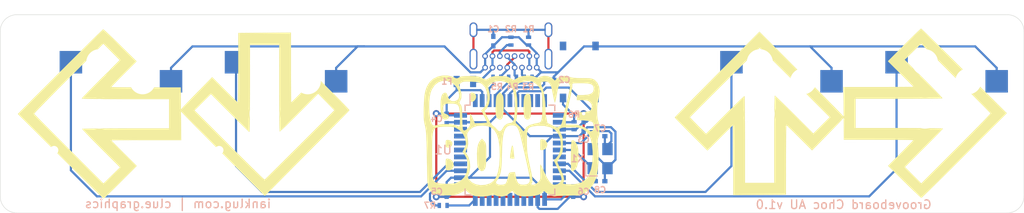
<source format=kicad_pcb>
(kicad_pcb (version 20171130) (host pcbnew "(5.1.5)-3")

  (general
    (thickness 1.6)
    (drawings 13)
    (tracks 242)
    (zones 0)
    (modules 29)
    (nets 20)
  )

  (page A4)
  (layers
    (0 F.Cu signal)
    (31 B.Cu signal)
    (32 B.Adhes user)
    (33 F.Adhes user)
    (34 B.Paste user)
    (35 F.Paste user)
    (36 B.SilkS user)
    (37 F.SilkS user hide)
    (38 B.Mask user)
    (39 F.Mask user)
    (40 Dwgs.User user)
    (41 Cmts.User user)
    (42 Eco1.User user)
    (43 Eco2.User user)
    (44 Edge.Cuts user)
    (45 Margin user)
    (46 B.CrtYd user)
    (47 F.CrtYd user)
    (48 B.Fab user)
    (49 F.Fab user)
  )

  (setup
    (last_trace_width 0.25)
    (trace_clearance 0.2)
    (zone_clearance 0.508)
    (zone_45_only no)
    (trace_min 0.2)
    (via_size 0.8)
    (via_drill 0.4)
    (via_min_size 0.4)
    (via_min_drill 0.3)
    (uvia_size 0.3)
    (uvia_drill 0.1)
    (uvias_allowed no)
    (uvia_min_size 0.2)
    (uvia_min_drill 0.1)
    (edge_width 0.05)
    (segment_width 0.2)
    (pcb_text_width 0.3)
    (pcb_text_size 1.5 1.5)
    (mod_edge_width 0.12)
    (mod_text_size 1 1)
    (mod_text_width 0.15)
    (pad_size 1.524 1.524)
    (pad_drill 0.762)
    (pad_to_mask_clearance 0)
    (aux_axis_origin 0 0)
    (grid_origin 54.737 24.765)
    (visible_elements 7FFFFFFF)
    (pcbplotparams
      (layerselection 0x010fc_ffffffff)
      (usegerberextensions true)
      (usegerberattributes false)
      (usegerberadvancedattributes false)
      (creategerberjobfile false)
      (excludeedgelayer true)
      (linewidth 0.100000)
      (plotframeref false)
      (viasonmask false)
      (mode 1)
      (useauxorigin false)
      (hpglpennumber 1)
      (hpglpenspeed 20)
      (hpglpendiameter 15.000000)
      (psnegative false)
      (psa4output false)
      (plotreference true)
      (plotvalue false)
      (plotinvisibletext false)
      (padsonsilk false)
      (subtractmaskfromsilk true)
      (outputformat 1)
      (mirror false)
      (drillshape 0)
      (scaleselection 1)
      (outputdirectory ""))
  )

  (net 0 "")
  (net 1 "Net-(C1-Pad1)")
  (net 2 GND)
  (net 3 VCC)
  (net 4 "Net-(C7-Pad2)")
  (net 5 "Net-(F1-Pad2)")
  (net 6 "Net-(J1-PadA5)")
  (net 7 "Net-(J1-PadA6)")
  (net 8 "Net-(J1-PadA7)")
  (net 9 "Net-(J1-PadB5)")
  (net 10 RST)
  (net 11 MX1)
  (net 12 MX2)
  (net 13 MX3)
  (net 14 MX4)
  (net 15 D-)
  (net 16 D+)
  (net 17 "Net-(R7-Pad2)")
  (net 18 "Net-(C2-Pad1)")
  (net 19 "Net-(C8-Pad2)")

  (net_class Default "This is the default net class."
    (clearance 0.2)
    (trace_width 0.25)
    (via_dia 0.8)
    (via_drill 0.4)
    (uvia_dia 0.3)
    (uvia_drill 0.1)
    (add_net D+)
    (add_net D-)
    (add_net GND)
    (add_net MX1)
    (add_net MX2)
    (add_net MX3)
    (add_net MX4)
    (add_net "Net-(C1-Pad1)")
    (add_net "Net-(C2-Pad1)")
    (add_net "Net-(C7-Pad2)")
    (add_net "Net-(C8-Pad2)")
    (add_net "Net-(F1-Pad2)")
    (add_net "Net-(J1-PadA5)")
    (add_net "Net-(J1-PadA6)")
    (add_net "Net-(J1-PadA7)")
    (add_net "Net-(J1-PadB5)")
    (add_net "Net-(R7-Pad2)")
    (add_net RST)
    (add_net VCC)
  )

  (module Keebio-Parts:Crystal_SMD_3225-4pin_3.2x2.5mm (layer B.Cu) (tedit 6092F583) (tstamp 60933DE8)
    (at 108.837 39.465 90)
    (descr "SMD Crystal SERIES SMD3225/4 http://www.txccrystal.com/images/pdf/7m-accuracy.pdf, 3.2x2.5mm^2 package")
    (tags "SMD SMT crystal")
    (path /60960DC2)
    (attr smd)
    (fp_text reference X1 (at 0 -2.625 180) (layer B.SilkS)
      (effects (font (size 0.8 0.8) (thickness 0.15)) (justify mirror))
    )
    (fp_text value 16MHz (at 0 -2.45 90) (layer B.Fab)
      (effects (font (size 1 1) (thickness 0.15)) (justify mirror))
    )
    (fp_line (start 2.1 1.7) (end -2.1 1.7) (layer B.CrtYd) (width 0.05))
    (fp_line (start 2.1 -1.7) (end 2.1 1.7) (layer B.CrtYd) (width 0.05))
    (fp_line (start -2.1 -1.7) (end 2.1 -1.7) (layer B.CrtYd) (width 0.05))
    (fp_line (start -2.1 1.7) (end -2.1 -1.7) (layer B.CrtYd) (width 0.05))
    (fp_line (start -2 -1.65) (end -0.4 -1.65) (layer B.SilkS) (width 0.12))
    (fp_line (start -2 -0.3) (end -2 -1.65) (layer B.SilkS) (width 0.12))
    (fp_line (start -1.6 -0.25) (end -0.6 -1.25) (layer B.Fab) (width 0.1))
    (fp_line (start 1.6 1.25) (end -1.6 1.25) (layer B.Fab) (width 0.1))
    (fp_line (start 1.6 -1.25) (end 1.6 1.25) (layer B.Fab) (width 0.1))
    (fp_line (start -1.6 -1.25) (end 1.6 -1.25) (layer B.Fab) (width 0.1))
    (fp_line (start -1.6 1.25) (end -1.6 -1.25) (layer B.Fab) (width 0.1))
    (fp_text user %R (at 0 3.556 90) (layer B.Fab)
      (effects (font (size 0.7 0.7) (thickness 0.105)) (justify mirror))
    )
    (pad 1 smd rect (at -1.1 -0.85 90) (size 1.4 1.2) (layers B.Cu B.Paste B.Mask)
      (net 19 "Net-(C8-Pad2)"))
    (pad 2 smd rect (at 1.1 -0.85 90) (size 1.4 1.2) (layers B.Cu B.Paste B.Mask)
      (net 2 GND))
    (pad 3 smd rect (at 1.1 0.85 90) (size 1.4 1.2) (layers B.Cu B.Paste B.Mask)
      (net 4 "Net-(C7-Pad2)"))
    (pad 4 smd rect (at -1.1 0.85 90) (size 1.4 1.2) (layers B.Cu B.Paste B.Mask)
      (net 2 GND))
    (model ${KISYS3DMOD}/Crystal.3dshapes/Crystal_SMD_3225-4Pin_3.2x2.5mm.wrl
      (at (xyz 0 0 0))
      (scale (xyz 1 1 1))
      (rotate (xyz 0 0 0))
    )
  )

  (module Package_QFP:TQFP-44_10x10mm_P0.8mm (layer B.Cu) (tedit 5A02F146) (tstamp 60DBF056)
    (at 98.437 38.465 270)
    (descr "44-Lead Plastic Thin Quad Flatpack (PT) - 10x10x1.0 mm Body [TQFP] (see Microchip Packaging Specification 00000049BS.pdf)")
    (tags "QFP 0.8")
    (path /60DB9CEE)
    (attr smd)
    (fp_text reference U1 (at 0 7.7 180) (layer B.SilkS)
      (effects (font (size 1 1) (thickness 0.15)) (justify mirror))
    )
    (fp_text value ATmega32U4-AU (at 0 -7.45 90) (layer B.Fab)
      (effects (font (size 1 1) (thickness 0.15)) (justify mirror))
    )
    (fp_line (start -5.175 4.6) (end -6.45 4.6) (layer B.SilkS) (width 0.15))
    (fp_line (start 5.175 5.175) (end 4.5 5.175) (layer B.SilkS) (width 0.15))
    (fp_line (start 5.175 -5.175) (end 4.5 -5.175) (layer B.SilkS) (width 0.15))
    (fp_line (start -5.175 -5.175) (end -4.5 -5.175) (layer B.SilkS) (width 0.15))
    (fp_line (start -5.175 5.175) (end -4.5 5.175) (layer B.SilkS) (width 0.15))
    (fp_line (start -5.175 -5.175) (end -5.175 -4.5) (layer B.SilkS) (width 0.15))
    (fp_line (start 5.175 -5.175) (end 5.175 -4.5) (layer B.SilkS) (width 0.15))
    (fp_line (start 5.175 5.175) (end 5.175 4.5) (layer B.SilkS) (width 0.15))
    (fp_line (start -5.175 5.175) (end -5.175 4.6) (layer B.SilkS) (width 0.15))
    (fp_line (start -6.7 -6.7) (end 6.7 -6.7) (layer B.CrtYd) (width 0.05))
    (fp_line (start -6.7 6.7) (end 6.7 6.7) (layer B.CrtYd) (width 0.05))
    (fp_line (start 6.7 6.7) (end 6.7 -6.7) (layer B.CrtYd) (width 0.05))
    (fp_line (start -6.7 6.7) (end -6.7 -6.7) (layer B.CrtYd) (width 0.05))
    (fp_line (start -5 4) (end -4 5) (layer B.Fab) (width 0.15))
    (fp_line (start -5 -5) (end -5 4) (layer B.Fab) (width 0.15))
    (fp_line (start 5 -5) (end -5 -5) (layer B.Fab) (width 0.15))
    (fp_line (start 5 5) (end 5 -5) (layer B.Fab) (width 0.15))
    (fp_line (start -4 5) (end 5 5) (layer B.Fab) (width 0.15))
    (fp_text user %R (at 0 0 90) (layer B.Fab)
      (effects (font (size 1 1) (thickness 0.15)) (justify mirror))
    )
    (pad 44 smd rect (at -4 5.7 180) (size 1.5 0.55) (layers B.Cu B.Paste B.Mask)
      (net 3 VCC))
    (pad 43 smd rect (at -3.2 5.7 180) (size 1.5 0.55) (layers B.Cu B.Paste B.Mask)
      (net 2 GND))
    (pad 42 smd rect (at -2.4 5.7 180) (size 1.5 0.55) (layers B.Cu B.Paste B.Mask))
    (pad 41 smd rect (at -1.6 5.7 180) (size 1.5 0.55) (layers B.Cu B.Paste B.Mask))
    (pad 40 smd rect (at -0.8 5.7 180) (size 1.5 0.55) (layers B.Cu B.Paste B.Mask))
    (pad 39 smd rect (at 0 5.7 180) (size 1.5 0.55) (layers B.Cu B.Paste B.Mask))
    (pad 38 smd rect (at 0.8 5.7 180) (size 1.5 0.55) (layers B.Cu B.Paste B.Mask))
    (pad 37 smd rect (at 1.6 5.7 180) (size 1.5 0.55) (layers B.Cu B.Paste B.Mask)
      (net 12 MX2))
    (pad 36 smd rect (at 2.4 5.7 180) (size 1.5 0.55) (layers B.Cu B.Paste B.Mask)
      (net 11 MX1))
    (pad 35 smd rect (at 3.2 5.7 180) (size 1.5 0.55) (layers B.Cu B.Paste B.Mask)
      (net 2 GND))
    (pad 34 smd rect (at 4 5.7 180) (size 1.5 0.55) (layers B.Cu B.Paste B.Mask)
      (net 3 VCC))
    (pad 33 smd rect (at 5.7 4 270) (size 1.5 0.55) (layers B.Cu B.Paste B.Mask)
      (net 17 "Net-(R7-Pad2)"))
    (pad 32 smd rect (at 5.7 3.2 270) (size 1.5 0.55) (layers B.Cu B.Paste B.Mask))
    (pad 31 smd rect (at 5.7 2.4 270) (size 1.5 0.55) (layers B.Cu B.Paste B.Mask))
    (pad 30 smd rect (at 5.7 1.6 270) (size 1.5 0.55) (layers B.Cu B.Paste B.Mask))
    (pad 29 smd rect (at 5.7 0.8 270) (size 1.5 0.55) (layers B.Cu B.Paste B.Mask))
    (pad 28 smd rect (at 5.7 0 270) (size 1.5 0.55) (layers B.Cu B.Paste B.Mask))
    (pad 27 smd rect (at 5.7 -0.8 270) (size 1.5 0.55) (layers B.Cu B.Paste B.Mask))
    (pad 26 smd rect (at 5.7 -1.6 270) (size 1.5 0.55) (layers B.Cu B.Paste B.Mask))
    (pad 25 smd rect (at 5.7 -2.4 270) (size 1.5 0.55) (layers B.Cu B.Paste B.Mask))
    (pad 24 smd rect (at 5.7 -3.2 270) (size 1.5 0.55) (layers B.Cu B.Paste B.Mask)
      (net 3 VCC))
    (pad 23 smd rect (at 5.7 -4 270) (size 1.5 0.55) (layers B.Cu B.Paste B.Mask)
      (net 2 GND))
    (pad 22 smd rect (at 4 -5.7 180) (size 1.5 0.55) (layers B.Cu B.Paste B.Mask))
    (pad 21 smd rect (at 3.2 -5.7 180) (size 1.5 0.55) (layers B.Cu B.Paste B.Mask))
    (pad 20 smd rect (at 2.4 -5.7 180) (size 1.5 0.55) (layers B.Cu B.Paste B.Mask)
      (net 14 MX4))
    (pad 19 smd rect (at 1.6 -5.7 180) (size 1.5 0.55) (layers B.Cu B.Paste B.Mask)
      (net 13 MX3))
    (pad 18 smd rect (at 0.8 -5.7 180) (size 1.5 0.55) (layers B.Cu B.Paste B.Mask))
    (pad 17 smd rect (at 0 -5.7 180) (size 1.5 0.55) (layers B.Cu B.Paste B.Mask)
      (net 19 "Net-(C8-Pad2)"))
    (pad 16 smd rect (at -0.8 -5.7 180) (size 1.5 0.55) (layers B.Cu B.Paste B.Mask)
      (net 4 "Net-(C7-Pad2)"))
    (pad 15 smd rect (at -1.6 -5.7 180) (size 1.5 0.55) (layers B.Cu B.Paste B.Mask)
      (net 2 GND))
    (pad 14 smd rect (at -2.4 -5.7 180) (size 1.5 0.55) (layers B.Cu B.Paste B.Mask)
      (net 3 VCC))
    (pad 13 smd rect (at -3.2 -5.7 180) (size 1.5 0.55) (layers B.Cu B.Paste B.Mask)
      (net 10 RST))
    (pad 12 smd rect (at -4 -5.7 180) (size 1.5 0.55) (layers B.Cu B.Paste B.Mask))
    (pad 11 smd rect (at -5.7 -4 270) (size 1.5 0.55) (layers B.Cu B.Paste B.Mask))
    (pad 10 smd rect (at -5.7 -3.2 270) (size 1.5 0.55) (layers B.Cu B.Paste B.Mask))
    (pad 9 smd rect (at -5.7 -2.4 270) (size 1.5 0.55) (layers B.Cu B.Paste B.Mask))
    (pad 8 smd rect (at -5.7 -1.6 270) (size 1.5 0.55) (layers B.Cu B.Paste B.Mask))
    (pad 7 smd rect (at -5.7 -0.8 270) (size 1.5 0.55) (layers B.Cu B.Paste B.Mask)
      (net 3 VCC))
    (pad 6 smd rect (at -5.7 0 270) (size 1.5 0.55) (layers B.Cu B.Paste B.Mask)
      (net 18 "Net-(C2-Pad1)"))
    (pad 5 smd rect (at -5.7 0.8 270) (size 1.5 0.55) (layers B.Cu B.Paste B.Mask)
      (net 2 GND))
    (pad 4 smd rect (at -5.7 1.6 270) (size 1.5 0.55) (layers B.Cu B.Paste B.Mask)
      (net 16 D+))
    (pad 3 smd rect (at -5.7 2.4 270) (size 1.5 0.55) (layers B.Cu B.Paste B.Mask)
      (net 15 D-))
    (pad 2 smd rect (at -5.7 3.2 270) (size 1.5 0.55) (layers B.Cu B.Paste B.Mask)
      (net 3 VCC))
    (pad 1 smd rect (at -5.7 4 270) (size 1.5 0.55) (layers B.Cu B.Paste B.Mask))
    (model ${KISYS3DMOD}/Package_QFP.3dshapes/TQFP-44_10x10mm_P0.8mm.wrl
      (at (xyz 0 0 0))
      (scale (xyz 1 1 1))
      (rotate (xyz 0 0 0))
    )
  )

  (module keyswitches:Kailh_socket_PG1350 (layer F.Cu) (tedit 60959329) (tstamp 60933CF1)
    (at 146.315 34.29 180)
    (descr "Kailh \"Choc\" PG1350 keyswitch socket mount")
    (tags kailh,choc)
    (path /60A19665)
    (attr smd)
    (fp_text reference MX4 (at -5 -2 180) (layer B.SilkS) hide
      (effects (font (size 1 1) (thickness 0.15)) (justify mirror))
    )
    (fp_text value MX-NoLED (at 0 8.255 180) (layer F.Fab)
      (effects (font (size 1 1) (thickness 0.15)))
    )
    (fp_line (start 4.5 7.25) (end 2 7.25) (layer B.Fab) (width 0.12))
    (fp_line (start 4.5 4.75) (end 4.5 7.25) (layer B.Fab) (width 0.12))
    (fp_line (start 2 4.75) (end 4.5 4.75) (layer B.Fab) (width 0.12))
    (fp_line (start -9.5 2.5) (end -7 2.5) (layer B.Fab) (width 0.12))
    (fp_line (start -9.5 5) (end -9.5 2.5) (layer B.Fab) (width 0.12))
    (fp_line (start -7 5) (end -9.5 5) (layer B.Fab) (width 0.12))
    (fp_line (start -7 1.5) (end -7 6.2) (layer B.Fab) (width 0.12))
    (fp_line (start 2 4.25) (end 2 7.7) (layer B.Fab) (width 0.12))
    (fp_line (start -2.5 2.2) (end -2.5 1.5) (layer B.Fab) (width 0.15))
    (fp_line (start -2.5 1.5) (end -7 1.5) (layer B.Fab) (width 0.15))
    (fp_arc (start -1 2.2) (end -2.5 2.2) (angle -90) (layer B.Fab) (width 0.15))
    (fp_line (start -1.5 8.2) (end -2 7.7) (layer B.Fab) (width 0.15))
    (fp_line (start -2 6.7) (end -2 7.7) (layer B.Fab) (width 0.15))
    (fp_line (start -7 6.2) (end -2.5 6.2) (layer B.Fab) (width 0.15))
    (fp_line (start 2 4.2) (end 1.5 3.7) (layer B.Fab) (width 0.15))
    (fp_line (start 1.5 3.7) (end -1 3.7) (layer B.Fab) (width 0.15))
    (fp_line (start 2 7.7) (end 1.5 8.2) (layer B.Fab) (width 0.15))
    (fp_line (start 1.5 8.2) (end -1.5 8.2) (layer B.Fab) (width 0.15))
    (fp_arc (start -2.5 6.7) (end -2 6.7) (angle -90) (layer B.Fab) (width 0.15))
    (fp_text user %R (at -3 5 180) (layer B.Fab)
      (effects (font (size 1 1) (thickness 0.15)) (justify mirror))
    )
    (fp_text user %V (at -1 9 180) (layer B.Fab)
      (effects (font (size 1 1) (thickness 0.15)) (justify mirror))
    )
    (fp_line (start -7.5 7.5) (end -7.5 -7.5) (layer F.Fab) (width 0.15))
    (fp_line (start 7.5 7.5) (end -7.5 7.5) (layer F.Fab) (width 0.15))
    (fp_line (start 7.5 -7.5) (end 7.5 7.5) (layer F.Fab) (width 0.15))
    (fp_line (start -7.5 -7.5) (end 7.5 -7.5) (layer F.Fab) (width 0.15))
    (fp_line (start -6.9 6.9) (end -6.9 -6.9) (layer Eco2.User) (width 0.15))
    (fp_line (start 6.9 -6.9) (end 6.9 6.9) (layer Eco2.User) (width 0.15))
    (fp_line (start 6.9 -6.9) (end -6.9 -6.9) (layer Eco2.User) (width 0.15))
    (fp_line (start -6.9 6.9) (end 6.9 6.9) (layer Eco2.User) (width 0.15))
    (fp_line (start -2.6 -3.1) (end -2.6 -6.3) (layer Eco2.User) (width 0.15))
    (fp_line (start 2.6 -6.3) (end -2.6 -6.3) (layer Eco2.User) (width 0.15))
    (fp_line (start 2.6 -3.1) (end 2.6 -6.3) (layer Eco2.User) (width 0.15))
    (fp_line (start -2.6 -3.1) (end 2.6 -3.1) (layer Eco2.User) (width 0.15))
    (pad "" np_thru_hole circle (at -5.5 0 180) (size 1.7018 1.7018) (drill 1.7018) (layers *.Cu *.Mask))
    (pad "" np_thru_hole circle (at 5.5 0 180) (size 1.7018 1.7018) (drill 1.7018) (layers *.Cu *.Mask))
    (pad 1 smd rect (at 3.275 5.95 180) (size 2.6 2.6) (layers B.Cu B.Paste B.Mask)
      (net 14 MX4))
    (pad "" np_thru_hole circle (at -5 3.75 180) (size 3 3) (drill 3) (layers *.Cu *.Mask))
    (pad "" np_thru_hole circle (at 0 0 180) (size 3.429 3.429) (drill 3.429) (layers *.Cu *.Mask))
    (pad "" np_thru_hole circle (at 0 5.95 180) (size 3 3) (drill 3) (layers *.Cu *.Mask))
    (pad 2 smd rect (at -8.275 3.75 180) (size 2.6 2.6) (layers B.Cu B.Paste B.Mask)
      (net 2 GND))
    (pad "" np_thru_hole circle (at 5.22 -4.2 180) (size 0.9906 0.9906) (drill 0.9906) (layers *.Cu *.Mask))
  )

  (module keyswitches:Kailh_socket_PG1350 (layer F.Cu) (tedit 60959318) (tstamp 60933CD5)
    (at 127.265 34.29 180)
    (descr "Kailh \"Choc\" PG1350 keyswitch socket mount")
    (tags kailh,choc)
    (path /60A187FF)
    (attr smd)
    (fp_text reference MX3 (at -5 -2 180) (layer B.SilkS) hide
      (effects (font (size 1 1) (thickness 0.15)) (justify mirror))
    )
    (fp_text value MX-NoLED (at 0 8.255 180) (layer F.Fab)
      (effects (font (size 1 1) (thickness 0.15)))
    )
    (fp_line (start 4.5 7.25) (end 2 7.25) (layer B.Fab) (width 0.12))
    (fp_line (start 4.5 4.75) (end 4.5 7.25) (layer B.Fab) (width 0.12))
    (fp_line (start 2 4.75) (end 4.5 4.75) (layer B.Fab) (width 0.12))
    (fp_line (start -9.5 2.5) (end -7 2.5) (layer B.Fab) (width 0.12))
    (fp_line (start -9.5 5) (end -9.5 2.5) (layer B.Fab) (width 0.12))
    (fp_line (start -7 5) (end -9.5 5) (layer B.Fab) (width 0.12))
    (fp_line (start -7 1.5) (end -7 6.2) (layer B.Fab) (width 0.12))
    (fp_line (start 2 4.25) (end 2 7.7) (layer B.Fab) (width 0.12))
    (fp_line (start -2.5 2.2) (end -2.5 1.5) (layer B.Fab) (width 0.15))
    (fp_line (start -2.5 1.5) (end -7 1.5) (layer B.Fab) (width 0.15))
    (fp_arc (start -1 2.2) (end -2.5 2.2) (angle -90) (layer B.Fab) (width 0.15))
    (fp_line (start -1.5 8.2) (end -2 7.7) (layer B.Fab) (width 0.15))
    (fp_line (start -2 6.7) (end -2 7.7) (layer B.Fab) (width 0.15))
    (fp_line (start -7 6.2) (end -2.5 6.2) (layer B.Fab) (width 0.15))
    (fp_line (start 2 4.2) (end 1.5 3.7) (layer B.Fab) (width 0.15))
    (fp_line (start 1.5 3.7) (end -1 3.7) (layer B.Fab) (width 0.15))
    (fp_line (start 2 7.7) (end 1.5 8.2) (layer B.Fab) (width 0.15))
    (fp_line (start 1.5 8.2) (end -1.5 8.2) (layer B.Fab) (width 0.15))
    (fp_arc (start -2.5 6.7) (end -2 6.7) (angle -90) (layer B.Fab) (width 0.15))
    (fp_text user %R (at -3 5 180) (layer B.Fab)
      (effects (font (size 1 1) (thickness 0.15)) (justify mirror))
    )
    (fp_text user %V (at -1 9 180) (layer B.Fab)
      (effects (font (size 1 1) (thickness 0.15)) (justify mirror))
    )
    (fp_line (start -7.5 7.5) (end -7.5 -7.5) (layer F.Fab) (width 0.15))
    (fp_line (start 7.5 7.5) (end -7.5 7.5) (layer F.Fab) (width 0.15))
    (fp_line (start 7.5 -7.5) (end 7.5 7.5) (layer F.Fab) (width 0.15))
    (fp_line (start -7.5 -7.5) (end 7.5 -7.5) (layer F.Fab) (width 0.15))
    (fp_line (start -6.9 6.9) (end -6.9 -6.9) (layer Eco2.User) (width 0.15))
    (fp_line (start 6.9 -6.9) (end 6.9 6.9) (layer Eco2.User) (width 0.15))
    (fp_line (start 6.9 -6.9) (end -6.9 -6.9) (layer Eco2.User) (width 0.15))
    (fp_line (start -6.9 6.9) (end 6.9 6.9) (layer Eco2.User) (width 0.15))
    (fp_line (start -2.6 -3.1) (end -2.6 -6.3) (layer Eco2.User) (width 0.15))
    (fp_line (start 2.6 -6.3) (end -2.6 -6.3) (layer Eco2.User) (width 0.15))
    (fp_line (start 2.6 -3.1) (end 2.6 -6.3) (layer Eco2.User) (width 0.15))
    (fp_line (start -2.6 -3.1) (end 2.6 -3.1) (layer Eco2.User) (width 0.15))
    (pad "" np_thru_hole circle (at -5.5 0 180) (size 1.7018 1.7018) (drill 1.7018) (layers *.Cu *.Mask))
    (pad "" np_thru_hole circle (at 5.5 0 180) (size 1.7018 1.7018) (drill 1.7018) (layers *.Cu *.Mask))
    (pad 1 smd rect (at 3.275 5.95 180) (size 2.6 2.6) (layers B.Cu B.Paste B.Mask)
      (net 13 MX3))
    (pad "" np_thru_hole circle (at -5 3.75 180) (size 3 3) (drill 3) (layers *.Cu *.Mask))
    (pad "" np_thru_hole circle (at 0 0 180) (size 3.429 3.429) (drill 3.429) (layers *.Cu *.Mask))
    (pad "" np_thru_hole circle (at 0 5.95 180) (size 3 3) (drill 3) (layers *.Cu *.Mask))
    (pad 2 smd rect (at -8.275 3.75 180) (size 2.6 2.6) (layers B.Cu B.Paste B.Mask)
      (net 2 GND))
    (pad "" np_thru_hole circle (at 5.22 -4.2 180) (size 0.9906 0.9906) (drill 0.9906) (layers *.Cu *.Mask))
  )

  (module keyswitches:Kailh_socket_PG1350 (layer F.Cu) (tedit 60959302) (tstamp 60933CB9)
    (at 70.112 34.29 180)
    (descr "Kailh \"Choc\" PG1350 keyswitch socket mount")
    (tags kailh,choc)
    (path /60A17670)
    (attr smd)
    (fp_text reference MX2 (at -5 -2 180) (layer B.SilkS) hide
      (effects (font (size 1 1) (thickness 0.15)) (justify mirror))
    )
    (fp_text value MX-NoLED (at 0 8.255 180) (layer F.Fab)
      (effects (font (size 1 1) (thickness 0.15)))
    )
    (fp_line (start 4.5 7.25) (end 2 7.25) (layer B.Fab) (width 0.12))
    (fp_line (start 4.5 4.75) (end 4.5 7.25) (layer B.Fab) (width 0.12))
    (fp_line (start 2 4.75) (end 4.5 4.75) (layer B.Fab) (width 0.12))
    (fp_line (start -9.5 2.5) (end -7 2.5) (layer B.Fab) (width 0.12))
    (fp_line (start -9.5 5) (end -9.5 2.5) (layer B.Fab) (width 0.12))
    (fp_line (start -7 5) (end -9.5 5) (layer B.Fab) (width 0.12))
    (fp_line (start -7 1.5) (end -7 6.2) (layer B.Fab) (width 0.12))
    (fp_line (start 2 4.25) (end 2 7.7) (layer B.Fab) (width 0.12))
    (fp_line (start -2.5 2.2) (end -2.5 1.5) (layer B.Fab) (width 0.15))
    (fp_line (start -2.5 1.5) (end -7 1.5) (layer B.Fab) (width 0.15))
    (fp_arc (start -1 2.2) (end -2.5 2.2) (angle -90) (layer B.Fab) (width 0.15))
    (fp_line (start -1.5 8.2) (end -2 7.7) (layer B.Fab) (width 0.15))
    (fp_line (start -2 6.7) (end -2 7.7) (layer B.Fab) (width 0.15))
    (fp_line (start -7 6.2) (end -2.5 6.2) (layer B.Fab) (width 0.15))
    (fp_line (start 2 4.2) (end 1.5 3.7) (layer B.Fab) (width 0.15))
    (fp_line (start 1.5 3.7) (end -1 3.7) (layer B.Fab) (width 0.15))
    (fp_line (start 2 7.7) (end 1.5 8.2) (layer B.Fab) (width 0.15))
    (fp_line (start 1.5 8.2) (end -1.5 8.2) (layer B.Fab) (width 0.15))
    (fp_arc (start -2.5 6.7) (end -2 6.7) (angle -90) (layer B.Fab) (width 0.15))
    (fp_text user %R (at -3 5 180) (layer B.Fab)
      (effects (font (size 1 1) (thickness 0.15)) (justify mirror))
    )
    (fp_text user %V (at -1 9 180) (layer B.Fab)
      (effects (font (size 1 1) (thickness 0.15)) (justify mirror))
    )
    (fp_line (start -7.5 7.5) (end -7.5 -7.5) (layer F.Fab) (width 0.15))
    (fp_line (start 7.5 7.5) (end -7.5 7.5) (layer F.Fab) (width 0.15))
    (fp_line (start 7.5 -7.5) (end 7.5 7.5) (layer F.Fab) (width 0.15))
    (fp_line (start -7.5 -7.5) (end 7.5 -7.5) (layer F.Fab) (width 0.15))
    (fp_line (start -6.9 6.9) (end -6.9 -6.9) (layer Eco2.User) (width 0.15))
    (fp_line (start 6.9 -6.9) (end 6.9 6.9) (layer Eco2.User) (width 0.15))
    (fp_line (start 6.9 -6.9) (end -6.9 -6.9) (layer Eco2.User) (width 0.15))
    (fp_line (start -6.9 6.9) (end 6.9 6.9) (layer Eco2.User) (width 0.15))
    (fp_line (start -2.6 -3.1) (end -2.6 -6.3) (layer Eco2.User) (width 0.15))
    (fp_line (start 2.6 -6.3) (end -2.6 -6.3) (layer Eco2.User) (width 0.15))
    (fp_line (start 2.6 -3.1) (end 2.6 -6.3) (layer Eco2.User) (width 0.15))
    (fp_line (start -2.6 -3.1) (end 2.6 -3.1) (layer Eco2.User) (width 0.15))
    (pad "" np_thru_hole circle (at -5.5 0 180) (size 1.7018 1.7018) (drill 1.7018) (layers *.Cu *.Mask))
    (pad "" np_thru_hole circle (at 5.5 0 180) (size 1.7018 1.7018) (drill 1.7018) (layers *.Cu *.Mask))
    (pad 1 smd rect (at 3.275 5.95 180) (size 2.6 2.6) (layers B.Cu B.Paste B.Mask)
      (net 12 MX2))
    (pad "" np_thru_hole circle (at -5 3.75 180) (size 3 3) (drill 3) (layers *.Cu *.Mask))
    (pad "" np_thru_hole circle (at 0 0 180) (size 3.429 3.429) (drill 3.429) (layers *.Cu *.Mask))
    (pad "" np_thru_hole circle (at 0 5.95 180) (size 3 3) (drill 3) (layers *.Cu *.Mask))
    (pad 2 smd rect (at -8.275 3.75 180) (size 2.6 2.6) (layers B.Cu B.Paste B.Mask)
      (net 2 GND))
    (pad "" np_thru_hole circle (at 5.22 -4.2 180) (size 0.9906 0.9906) (drill 0.9906) (layers *.Cu *.Mask))
  )

  (module keyswitches:Kailh_socket_PG1350 (layer F.Cu) (tedit 609592E2) (tstamp 60933C9D)
    (at 51.062 34.29 180)
    (descr "Kailh \"Choc\" PG1350 keyswitch socket mount")
    (tags kailh,choc)
    (path /60A03FDE)
    (attr smd)
    (fp_text reference MX1 (at -5 -2 180) (layer B.SilkS) hide
      (effects (font (size 1 1) (thickness 0.15)) (justify mirror))
    )
    (fp_text value MX-NoLED (at 0 8.255 180) (layer F.Fab)
      (effects (font (size 1 1) (thickness 0.15)))
    )
    (fp_line (start 4.5 7.25) (end 2 7.25) (layer B.Fab) (width 0.12))
    (fp_line (start 4.5 4.75) (end 4.5 7.25) (layer B.Fab) (width 0.12))
    (fp_line (start 2 4.75) (end 4.5 4.75) (layer B.Fab) (width 0.12))
    (fp_line (start -9.5 2.5) (end -7 2.5) (layer B.Fab) (width 0.12))
    (fp_line (start -9.5 5) (end -9.5 2.5) (layer B.Fab) (width 0.12))
    (fp_line (start -7 5) (end -9.5 5) (layer B.Fab) (width 0.12))
    (fp_line (start -7 1.5) (end -7 6.2) (layer B.Fab) (width 0.12))
    (fp_line (start 2 4.25) (end 2 7.7) (layer B.Fab) (width 0.12))
    (fp_line (start -2.5 2.2) (end -2.5 1.5) (layer B.Fab) (width 0.15))
    (fp_line (start -2.5 1.5) (end -7 1.5) (layer B.Fab) (width 0.15))
    (fp_arc (start -1 2.2) (end -2.5 2.2) (angle -90) (layer B.Fab) (width 0.15))
    (fp_line (start -1.5 8.2) (end -2 7.7) (layer B.Fab) (width 0.15))
    (fp_line (start -2 6.7) (end -2 7.7) (layer B.Fab) (width 0.15))
    (fp_line (start -7 6.2) (end -2.5 6.2) (layer B.Fab) (width 0.15))
    (fp_line (start 2 4.2) (end 1.5 3.7) (layer B.Fab) (width 0.15))
    (fp_line (start 1.5 3.7) (end -1 3.7) (layer B.Fab) (width 0.15))
    (fp_line (start 2 7.7) (end 1.5 8.2) (layer B.Fab) (width 0.15))
    (fp_line (start 1.5 8.2) (end -1.5 8.2) (layer B.Fab) (width 0.15))
    (fp_arc (start -2.5 6.7) (end -2 6.7) (angle -90) (layer B.Fab) (width 0.15))
    (fp_text user %R (at -3 5 180) (layer B.Fab)
      (effects (font (size 1 1) (thickness 0.15)) (justify mirror))
    )
    (fp_text user %V (at -1 9 180) (layer B.Fab)
      (effects (font (size 1 1) (thickness 0.15)) (justify mirror))
    )
    (fp_line (start -7.5 7.5) (end -7.5 -7.5) (layer F.Fab) (width 0.15))
    (fp_line (start 7.5 7.5) (end -7.5 7.5) (layer F.Fab) (width 0.15))
    (fp_line (start 7.5 -7.5) (end 7.5 7.5) (layer F.Fab) (width 0.15))
    (fp_line (start -7.5 -7.5) (end 7.5 -7.5) (layer F.Fab) (width 0.15))
    (fp_line (start -6.9 6.9) (end -6.9 -6.9) (layer Eco2.User) (width 0.15))
    (fp_line (start 6.9 -6.9) (end 6.9 6.9) (layer Eco2.User) (width 0.15))
    (fp_line (start 6.9 -6.9) (end -6.9 -6.9) (layer Eco2.User) (width 0.15))
    (fp_line (start -6.9 6.9) (end 6.9 6.9) (layer Eco2.User) (width 0.15))
    (fp_line (start -2.6 -3.1) (end -2.6 -6.3) (layer Eco2.User) (width 0.15))
    (fp_line (start 2.6 -6.3) (end -2.6 -6.3) (layer Eco2.User) (width 0.15))
    (fp_line (start 2.6 -3.1) (end 2.6 -6.3) (layer Eco2.User) (width 0.15))
    (fp_line (start -2.6 -3.1) (end 2.6 -3.1) (layer Eco2.User) (width 0.15))
    (pad "" np_thru_hole circle (at -5.5 0 180) (size 1.7018 1.7018) (drill 1.7018) (layers *.Cu *.Mask))
    (pad "" np_thru_hole circle (at 5.5 0 180) (size 1.7018 1.7018) (drill 1.7018) (layers *.Cu *.Mask))
    (pad 1 smd rect (at 3.275 5.95 180) (size 2.6 2.6) (layers B.Cu B.Paste B.Mask)
      (net 11 MX1))
    (pad "" np_thru_hole circle (at -5 3.75 180) (size 3 3) (drill 3) (layers *.Cu *.Mask))
    (pad "" np_thru_hole circle (at 0 0 180) (size 3.429 3.429) (drill 3.429) (layers *.Cu *.Mask))
    (pad "" np_thru_hole circle (at 0 5.95 180) (size 3 3) (drill 3) (layers *.Cu *.Mask))
    (pad 2 smd rect (at -8.275 3.75 180) (size 2.6 2.6) (layers B.Cu B.Paste B.Mask)
      (net 2 GND))
    (pad "" np_thru_hole circle (at 5.22 -4.2 180) (size 0.9906 0.9906) (drill 0.9906) (layers *.Cu *.Mask))
  )

  (module Type-C:USB_C_GCT_USB4085 (layer F.Cu) (tedit 60957D1C) (tstamp 6095D76F)
    (at 98.552 22.86 180)
    (path /60958AC4)
    (fp_text reference J1 (at 0 1.85 180) (layer F.SilkS) hide
      (effects (font (size 1 1) (thickness 0.15)))
    )
    (fp_text value USB_C_Receptacle_USB2.0 (at 0 0.85 180) (layer F.Fab)
      (effects (font (size 1 1) (thickness 0.15)))
    )
    (pad S1 thru_hole oval (at 4.325 -1.74 180) (size 0.9 1.7) (drill oval 0.6 1.4) (layers *.Cu *.Mask)
      (net 1 "Net-(C1-Pad1)"))
    (pad S1 thru_hole oval (at -4.325 -1.74 180) (size 0.9 1.7) (drill oval 0.6 1.4) (layers *.Cu *.Mask)
      (net 1 "Net-(C1-Pad1)"))
    (pad S1 thru_hole oval (at 4.325 -5.12 180) (size 0.9 2.4) (drill oval 0.6 2.1) (layers *.Cu *.Mask)
      (net 1 "Net-(C1-Pad1)"))
    (pad S1 thru_hole oval (at -4.325 -5.12 180) (size 0.9 2.4) (drill oval 0.6 2.1) (layers *.Cu *.Mask)
      (net 1 "Net-(C1-Pad1)"))
    (pad B1 thru_hole circle (at 2.98 -4.775 180) (size 0.65 0.65) (drill 0.4) (layers *.Cu *.Mask)
      (net 2 GND))
    (pad B4 thru_hole circle (at 2.13 -4.775 180) (size 0.65 0.65) (drill 0.4) (layers *.Cu *.Mask)
      (net 5 "Net-(F1-Pad2)"))
    (pad B5 thru_hole circle (at 1.28 -4.775 180) (size 0.65 0.65) (drill 0.4) (layers *.Cu *.Mask)
      (net 9 "Net-(J1-PadB5)"))
    (pad B6 thru_hole circle (at 0.43 -4.775 180) (size 0.65 0.65) (drill 0.4) (layers *.Cu *.Mask)
      (net 7 "Net-(J1-PadA6)"))
    (pad B7 thru_hole circle (at -0.42 -4.775 180) (size 0.65 0.65) (drill 0.4) (layers *.Cu *.Mask)
      (net 8 "Net-(J1-PadA7)"))
    (pad B8 thru_hole circle (at -1.27 -4.775 180) (size 0.65 0.65) (drill 0.4) (layers *.Cu *.Mask))
    (pad B9 thru_hole circle (at -2.12 -4.775 180) (size 0.65 0.65) (drill 0.4) (layers *.Cu *.Mask)
      (net 5 "Net-(F1-Pad2)"))
    (pad B12 thru_hole circle (at -2.975 -4.775 180) (size 0.65 0.65) (drill 0.4) (layers *.Cu *.Mask)
      (net 2 GND))
    (pad A12 thru_hole circle (at 2.975 -6.1 180) (size 0.65 0.65) (drill 0.4) (layers *.Cu *.Mask)
      (net 2 GND))
    (pad A9 thru_hole circle (at 2.125 -6.1 180) (size 0.65 0.65) (drill 0.4) (layers *.Cu *.Mask)
      (net 5 "Net-(F1-Pad2)"))
    (pad A8 thru_hole circle (at 1.275 -6.1 180) (size 0.65 0.65) (drill 0.4) (layers *.Cu *.Mask))
    (pad A7 thru_hole circle (at 0.425 -6.1 180) (size 0.65 0.65) (drill 0.4) (layers *.Cu *.Mask)
      (net 8 "Net-(J1-PadA7)"))
    (pad A6 thru_hole circle (at -0.425 -6.1 180) (size 0.65 0.65) (drill 0.4) (layers *.Cu *.Mask)
      (net 7 "Net-(J1-PadA6)"))
    (pad A4 thru_hole circle (at -2.125 -6.1 180) (size 0.65 0.65) (drill 0.4) (layers *.Cu *.Mask)
      (net 5 "Net-(F1-Pad2)"))
    (pad A1 thru_hole circle (at -2.975 -6.1 180) (size 0.65 0.65) (drill 0.4) (layers *.Cu *.Mask)
      (net 2 GND))
    (pad A5 thru_hole circle (at -1.275 -6.1 180) (size 0.65 0.65) (drill 0.4) (layers *.Cu *.Mask)
      (net 6 "Net-(J1-PadA5)"))
  )

  (module grooveboard:left-arrow (layer F.Cu) (tedit 0) (tstamp 609533BD)
    (at 146.287 34.265 180)
    (attr smd)
    (fp_text reference G*** (at 0 0) (layer F.SilkS) hide
      (effects (font (size 1.524 1.524) (thickness 0.3)))
    )
    (fp_text value LOGO (at 0.75 0) (layer F.SilkS) hide
      (effects (font (size 1.524 1.524) (thickness 0.3)))
    )
    (fp_poly (pts (xy 0.457711 -9.670313) (xy 0.644569 -9.505181) (xy 0.924014 -9.246605) (xy 1.280153 -8.909541)
      (xy 1.697092 -8.508941) (xy 2.158935 -8.059763) (xy 2.3407 -7.881612) (xy 4.229281 -6.026709)
      (xy 2.771537 -4.567071) (xy 2.360948 -4.154202) (xy 1.995125 -3.783001) (xy 1.691221 -3.47115)
      (xy 1.466395 -3.236335) (xy 1.337801 -3.09624) (xy 1.313921 -3.064579) (xy 1.398644 -3.055774)
      (xy 1.641202 -3.047486) (xy 2.024257 -3.03991) (xy 2.530473 -3.033239) (xy 3.142511 -3.027669)
      (xy 3.843034 -3.023394) (xy 4.614706 -3.02061) (xy 5.320989 -3.019556) (xy 9.327931 -3.017388)
      (xy 9.350962 0.024064) (xy 9.373994 3.065517) (xy 5.343893 3.065517) (xy 4.522529 3.06609)
      (xy 3.757379 3.067731) (xy 3.065729 3.070324) (xy 2.464867 3.073751) (xy 1.972079 3.077895)
      (xy 1.604652 3.08264) (xy 1.379873 3.087868) (xy 1.313793 3.092784) (xy 1.37314 3.159518)
      (xy 1.539748 3.332184) (xy 1.796469 3.593393) (xy 2.126154 3.925756) (xy 2.511654 4.311888)
      (xy 2.780862 4.58031) (xy 4.247931 6.040569) (xy 2.365591 7.925112) (xy 1.894247 8.39498)
      (xy 1.461918 8.822073) (xy 1.084232 9.19126) (xy 0.776813 9.487411) (xy 0.555288 9.695397)
      (xy 0.435283 9.800089) (xy 0.419282 9.809655) (xy 0.348601 9.749383) (xy 0.163333 9.574776)
      (xy -0.127026 9.295148) (xy -0.512982 8.919813) (xy -0.985038 8.458083) (xy -1.5337 7.919273)
      (xy -2.149472 7.312695) (xy -2.822859 6.647665) (xy -3.544365 5.933494) (xy -4.304496 5.179497)
      (xy -4.558977 4.926724) (xy -9.473265 0.043793) (xy -9.453301 0.023866) (xy -7.597447 0.023866)
      (xy -7.534785 0.09232) (xy -7.361069 0.27163) (xy -7.088892 0.549161) (xy -6.730846 0.912273)
      (xy -6.299524 1.348328) (xy -5.807518 1.844688) (xy -5.267421 2.388715) (xy -4.691826 2.967771)
      (xy -4.093325 3.569218) (xy -3.484512 4.180417) (xy -2.877978 4.78873) (xy -2.286316 5.381519)
      (xy -1.722119 5.946145) (xy -1.19798 6.469972) (xy -0.726491 6.94036) (xy -0.320245 7.344671)
      (xy 0.008166 7.670268) (xy 0.246148 7.904511) (xy 0.38111 8.034763) (xy 0.407492 8.057754)
      (xy 0.471193 7.999953) (xy 0.637931 7.840523) (xy 0.885803 7.600617) (xy 1.192907 7.301388)
      (xy 1.366489 7.13157) (xy 2.312131 6.20521) (xy 0.105599 4.007095) (xy -0.402388 3.498317)
      (xy -0.866345 3.028368) (xy -1.272663 2.611442) (xy -1.607728 2.261737) (xy -1.857928 1.993449)
      (xy -2.009651 1.820774) (xy -2.05046 1.758455) (xy -1.955988 1.749158) (xy -1.702098 1.740414)
      (xy -1.304542 1.732382) (xy -0.779075 1.72522) (xy -0.141449 1.719085) (xy 0.592581 1.714136)
      (xy 1.407262 1.710531) (xy 2.286842 1.708428) (xy 2.985134 1.707931) (xy 7.970255 1.707931)
      (xy 7.9703 0.021896) (xy 7.970345 -1.664138) (xy 2.934138 -1.664138) (xy 2.013018 -1.665258)
      (xy 1.146289 -1.668482) (xy 0.349414 -1.673606) (xy -0.362142 -1.680427) (xy -0.972915 -1.68874)
      (xy -1.467442 -1.698343) (xy -1.830259 -1.709031) (xy -2.045902 -1.720601) (xy -2.102069 -1.730485)
      (xy -2.042246 -1.805659) (xy -1.872125 -1.989802) (xy -1.605729 -2.268475) (xy -1.257082 -2.627239)
      (xy -0.840205 -3.051653) (xy -0.369123 -3.527278) (xy 0.0872 -3.984787) (xy 2.276469 -6.172742)
      (xy 0.395987 -8.059074) (xy -3.612096 -4.051701) (xy -4.304259 -3.358293) (xy -4.957887 -2.700834)
      (xy -5.56271 -2.089826) (xy -6.108459 -1.53577) (xy -6.584865 -1.049169) (xy -6.981659 -0.640524)
      (xy -7.288571 -0.320336) (xy -7.495332 -0.099109) (xy -7.591672 0.012658) (xy -7.597447 0.023866)
      (xy -9.453301 0.023866) (xy -4.583357 -4.836892) (xy -3.815221 -5.602798) (xy -3.082349 -6.332021)
      (xy -2.394252 -7.015191) (xy -1.760441 -7.642936) (xy -1.190427 -8.205884) (xy -0.693719 -8.694665)
      (xy -0.279828 -9.099907) (xy 0.041736 -9.412237) (xy 0.261461 -9.622286) (xy 0.369838 -9.720681)
      (xy 0.379336 -9.727046) (xy 0.457711 -9.670313)) (layer F.SilkS) (width 0.01))
  )

  (module grooveboard:left-arrow (layer F.Cu) (tedit 0) (tstamp 609533A8)
    (at 127.265 34.29 270)
    (attr smd)
    (fp_text reference G*** (at 0 0 90) (layer F.SilkS) hide
      (effects (font (size 1.524 1.524) (thickness 0.3)))
    )
    (fp_text value LOGO (at 0.75 0 90) (layer F.SilkS) hide
      (effects (font (size 1.524 1.524) (thickness 0.3)))
    )
    (fp_poly (pts (xy 0.457711 -9.670313) (xy 0.644569 -9.505181) (xy 0.924014 -9.246605) (xy 1.280153 -8.909541)
      (xy 1.697092 -8.508941) (xy 2.158935 -8.059763) (xy 2.3407 -7.881612) (xy 4.229281 -6.026709)
      (xy 2.771537 -4.567071) (xy 2.360948 -4.154202) (xy 1.995125 -3.783001) (xy 1.691221 -3.47115)
      (xy 1.466395 -3.236335) (xy 1.337801 -3.09624) (xy 1.313921 -3.064579) (xy 1.398644 -3.055774)
      (xy 1.641202 -3.047486) (xy 2.024257 -3.03991) (xy 2.530473 -3.033239) (xy 3.142511 -3.027669)
      (xy 3.843034 -3.023394) (xy 4.614706 -3.02061) (xy 5.320989 -3.019556) (xy 9.327931 -3.017388)
      (xy 9.350962 0.024064) (xy 9.373994 3.065517) (xy 5.343893 3.065517) (xy 4.522529 3.06609)
      (xy 3.757379 3.067731) (xy 3.065729 3.070324) (xy 2.464867 3.073751) (xy 1.972079 3.077895)
      (xy 1.604652 3.08264) (xy 1.379873 3.087868) (xy 1.313793 3.092784) (xy 1.37314 3.159518)
      (xy 1.539748 3.332184) (xy 1.796469 3.593393) (xy 2.126154 3.925756) (xy 2.511654 4.311888)
      (xy 2.780862 4.58031) (xy 4.247931 6.040569) (xy 2.365591 7.925112) (xy 1.894247 8.39498)
      (xy 1.461918 8.822073) (xy 1.084232 9.19126) (xy 0.776813 9.487411) (xy 0.555288 9.695397)
      (xy 0.435283 9.800089) (xy 0.419282 9.809655) (xy 0.348601 9.749383) (xy 0.163333 9.574776)
      (xy -0.127026 9.295148) (xy -0.512982 8.919813) (xy -0.985038 8.458083) (xy -1.5337 7.919273)
      (xy -2.149472 7.312695) (xy -2.822859 6.647665) (xy -3.544365 5.933494) (xy -4.304496 5.179497)
      (xy -4.558977 4.926724) (xy -9.473265 0.043793) (xy -9.453301 0.023866) (xy -7.597447 0.023866)
      (xy -7.534785 0.09232) (xy -7.361069 0.27163) (xy -7.088892 0.549161) (xy -6.730846 0.912273)
      (xy -6.299524 1.348328) (xy -5.807518 1.844688) (xy -5.267421 2.388715) (xy -4.691826 2.967771)
      (xy -4.093325 3.569218) (xy -3.484512 4.180417) (xy -2.877978 4.78873) (xy -2.286316 5.381519)
      (xy -1.722119 5.946145) (xy -1.19798 6.469972) (xy -0.726491 6.94036) (xy -0.320245 7.344671)
      (xy 0.008166 7.670268) (xy 0.246148 7.904511) (xy 0.38111 8.034763) (xy 0.407492 8.057754)
      (xy 0.471193 7.999953) (xy 0.637931 7.840523) (xy 0.885803 7.600617) (xy 1.192907 7.301388)
      (xy 1.366489 7.13157) (xy 2.312131 6.20521) (xy 0.105599 4.007095) (xy -0.402388 3.498317)
      (xy -0.866345 3.028368) (xy -1.272663 2.611442) (xy -1.607728 2.261737) (xy -1.857928 1.993449)
      (xy -2.009651 1.820774) (xy -2.05046 1.758455) (xy -1.955988 1.749158) (xy -1.702098 1.740414)
      (xy -1.304542 1.732382) (xy -0.779075 1.72522) (xy -0.141449 1.719085) (xy 0.592581 1.714136)
      (xy 1.407262 1.710531) (xy 2.286842 1.708428) (xy 2.985134 1.707931) (xy 7.970255 1.707931)
      (xy 7.9703 0.021896) (xy 7.970345 -1.664138) (xy 2.934138 -1.664138) (xy 2.013018 -1.665258)
      (xy 1.146289 -1.668482) (xy 0.349414 -1.673606) (xy -0.362142 -1.680427) (xy -0.972915 -1.68874)
      (xy -1.467442 -1.698343) (xy -1.830259 -1.709031) (xy -2.045902 -1.720601) (xy -2.102069 -1.730485)
      (xy -2.042246 -1.805659) (xy -1.872125 -1.989802) (xy -1.605729 -2.268475) (xy -1.257082 -2.627239)
      (xy -0.840205 -3.051653) (xy -0.369123 -3.527278) (xy 0.0872 -3.984787) (xy 2.276469 -6.172742)
      (xy 0.395987 -8.059074) (xy -3.612096 -4.051701) (xy -4.304259 -3.358293) (xy -4.957887 -2.700834)
      (xy -5.56271 -2.089826) (xy -6.108459 -1.53577) (xy -6.584865 -1.049169) (xy -6.981659 -0.640524)
      (xy -7.288571 -0.320336) (xy -7.495332 -0.099109) (xy -7.591672 0.012658) (xy -7.597447 0.023866)
      (xy -9.453301 0.023866) (xy -4.583357 -4.836892) (xy -3.815221 -5.602798) (xy -3.082349 -6.332021)
      (xy -2.394252 -7.015191) (xy -1.760441 -7.642936) (xy -1.190427 -8.205884) (xy -0.693719 -8.694665)
      (xy -0.279828 -9.099907) (xy 0.041736 -9.412237) (xy 0.261461 -9.622286) (xy 0.369838 -9.720681)
      (xy 0.379336 -9.727046) (xy 0.457711 -9.670313)) (layer F.SilkS) (width 0.01))
  )

  (module grooveboard:left-arrow (layer F.Cu) (tedit 0) (tstamp 60953207)
    (at 70.112 34.29 90)
    (attr smd)
    (fp_text reference G*** (at 0 0 90) (layer F.SilkS) hide
      (effects (font (size 1.524 1.524) (thickness 0.3)))
    )
    (fp_text value LOGO (at 0.75 0 90) (layer F.SilkS) hide
      (effects (font (size 1.524 1.524) (thickness 0.3)))
    )
    (fp_poly (pts (xy 0.457711 -9.670313) (xy 0.644569 -9.505181) (xy 0.924014 -9.246605) (xy 1.280153 -8.909541)
      (xy 1.697092 -8.508941) (xy 2.158935 -8.059763) (xy 2.3407 -7.881612) (xy 4.229281 -6.026709)
      (xy 2.771537 -4.567071) (xy 2.360948 -4.154202) (xy 1.995125 -3.783001) (xy 1.691221 -3.47115)
      (xy 1.466395 -3.236335) (xy 1.337801 -3.09624) (xy 1.313921 -3.064579) (xy 1.398644 -3.055774)
      (xy 1.641202 -3.047486) (xy 2.024257 -3.03991) (xy 2.530473 -3.033239) (xy 3.142511 -3.027669)
      (xy 3.843034 -3.023394) (xy 4.614706 -3.02061) (xy 5.320989 -3.019556) (xy 9.327931 -3.017388)
      (xy 9.350962 0.024064) (xy 9.373994 3.065517) (xy 5.343893 3.065517) (xy 4.522529 3.06609)
      (xy 3.757379 3.067731) (xy 3.065729 3.070324) (xy 2.464867 3.073751) (xy 1.972079 3.077895)
      (xy 1.604652 3.08264) (xy 1.379873 3.087868) (xy 1.313793 3.092784) (xy 1.37314 3.159518)
      (xy 1.539748 3.332184) (xy 1.796469 3.593393) (xy 2.126154 3.925756) (xy 2.511654 4.311888)
      (xy 2.780862 4.58031) (xy 4.247931 6.040569) (xy 2.365591 7.925112) (xy 1.894247 8.39498)
      (xy 1.461918 8.822073) (xy 1.084232 9.19126) (xy 0.776813 9.487411) (xy 0.555288 9.695397)
      (xy 0.435283 9.800089) (xy 0.419282 9.809655) (xy 0.348601 9.749383) (xy 0.163333 9.574776)
      (xy -0.127026 9.295148) (xy -0.512982 8.919813) (xy -0.985038 8.458083) (xy -1.5337 7.919273)
      (xy -2.149472 7.312695) (xy -2.822859 6.647665) (xy -3.544365 5.933494) (xy -4.304496 5.179497)
      (xy -4.558977 4.926724) (xy -9.473265 0.043793) (xy -9.453301 0.023866) (xy -7.597447 0.023866)
      (xy -7.534785 0.09232) (xy -7.361069 0.27163) (xy -7.088892 0.549161) (xy -6.730846 0.912273)
      (xy -6.299524 1.348328) (xy -5.807518 1.844688) (xy -5.267421 2.388715) (xy -4.691826 2.967771)
      (xy -4.093325 3.569218) (xy -3.484512 4.180417) (xy -2.877978 4.78873) (xy -2.286316 5.381519)
      (xy -1.722119 5.946145) (xy -1.19798 6.469972) (xy -0.726491 6.94036) (xy -0.320245 7.344671)
      (xy 0.008166 7.670268) (xy 0.246148 7.904511) (xy 0.38111 8.034763) (xy 0.407492 8.057754)
      (xy 0.471193 7.999953) (xy 0.637931 7.840523) (xy 0.885803 7.600617) (xy 1.192907 7.301388)
      (xy 1.366489 7.13157) (xy 2.312131 6.20521) (xy 0.105599 4.007095) (xy -0.402388 3.498317)
      (xy -0.866345 3.028368) (xy -1.272663 2.611442) (xy -1.607728 2.261737) (xy -1.857928 1.993449)
      (xy -2.009651 1.820774) (xy -2.05046 1.758455) (xy -1.955988 1.749158) (xy -1.702098 1.740414)
      (xy -1.304542 1.732382) (xy -0.779075 1.72522) (xy -0.141449 1.719085) (xy 0.592581 1.714136)
      (xy 1.407262 1.710531) (xy 2.286842 1.708428) (xy 2.985134 1.707931) (xy 7.970255 1.707931)
      (xy 7.9703 0.021896) (xy 7.970345 -1.664138) (xy 2.934138 -1.664138) (xy 2.013018 -1.665258)
      (xy 1.146289 -1.668482) (xy 0.349414 -1.673606) (xy -0.362142 -1.680427) (xy -0.972915 -1.68874)
      (xy -1.467442 -1.698343) (xy -1.830259 -1.709031) (xy -2.045902 -1.720601) (xy -2.102069 -1.730485)
      (xy -2.042246 -1.805659) (xy -1.872125 -1.989802) (xy -1.605729 -2.268475) (xy -1.257082 -2.627239)
      (xy -0.840205 -3.051653) (xy -0.369123 -3.527278) (xy 0.0872 -3.984787) (xy 2.276469 -6.172742)
      (xy 0.395987 -8.059074) (xy -3.612096 -4.051701) (xy -4.304259 -3.358293) (xy -4.957887 -2.700834)
      (xy -5.56271 -2.089826) (xy -6.108459 -1.53577) (xy -6.584865 -1.049169) (xy -6.981659 -0.640524)
      (xy -7.288571 -0.320336) (xy -7.495332 -0.099109) (xy -7.591672 0.012658) (xy -7.597447 0.023866)
      (xy -9.453301 0.023866) (xy -4.583357 -4.836892) (xy -3.815221 -5.602798) (xy -3.082349 -6.332021)
      (xy -2.394252 -7.015191) (xy -1.760441 -7.642936) (xy -1.190427 -8.205884) (xy -0.693719 -8.694665)
      (xy -0.279828 -9.099907) (xy 0.041736 -9.412237) (xy 0.261461 -9.622286) (xy 0.369838 -9.720681)
      (xy 0.379336 -9.727046) (xy 0.457711 -9.670313)) (layer F.SilkS) (width 0.01))
  )

  (module grooveboard:left-arrow (layer F.Cu) (tedit 0) (tstamp 60952E55)
    (at 51.137 34.265)
    (attr smd)
    (fp_text reference G*** (at 0 0) (layer F.SilkS) hide
      (effects (font (size 1.524 1.524) (thickness 0.3)))
    )
    (fp_text value LOGO (at 0.75 0) (layer F.SilkS) hide
      (effects (font (size 1.524 1.524) (thickness 0.3)))
    )
    (fp_poly (pts (xy 0.457711 -9.670313) (xy 0.644569 -9.505181) (xy 0.924014 -9.246605) (xy 1.280153 -8.909541)
      (xy 1.697092 -8.508941) (xy 2.158935 -8.059763) (xy 2.3407 -7.881612) (xy 4.229281 -6.026709)
      (xy 2.771537 -4.567071) (xy 2.360948 -4.154202) (xy 1.995125 -3.783001) (xy 1.691221 -3.47115)
      (xy 1.466395 -3.236335) (xy 1.337801 -3.09624) (xy 1.313921 -3.064579) (xy 1.398644 -3.055774)
      (xy 1.641202 -3.047486) (xy 2.024257 -3.03991) (xy 2.530473 -3.033239) (xy 3.142511 -3.027669)
      (xy 3.843034 -3.023394) (xy 4.614706 -3.02061) (xy 5.320989 -3.019556) (xy 9.327931 -3.017388)
      (xy 9.350962 0.024064) (xy 9.373994 3.065517) (xy 5.343893 3.065517) (xy 4.522529 3.06609)
      (xy 3.757379 3.067731) (xy 3.065729 3.070324) (xy 2.464867 3.073751) (xy 1.972079 3.077895)
      (xy 1.604652 3.08264) (xy 1.379873 3.087868) (xy 1.313793 3.092784) (xy 1.37314 3.159518)
      (xy 1.539748 3.332184) (xy 1.796469 3.593393) (xy 2.126154 3.925756) (xy 2.511654 4.311888)
      (xy 2.780862 4.58031) (xy 4.247931 6.040569) (xy 2.365591 7.925112) (xy 1.894247 8.39498)
      (xy 1.461918 8.822073) (xy 1.084232 9.19126) (xy 0.776813 9.487411) (xy 0.555288 9.695397)
      (xy 0.435283 9.800089) (xy 0.419282 9.809655) (xy 0.348601 9.749383) (xy 0.163333 9.574776)
      (xy -0.127026 9.295148) (xy -0.512982 8.919813) (xy -0.985038 8.458083) (xy -1.5337 7.919273)
      (xy -2.149472 7.312695) (xy -2.822859 6.647665) (xy -3.544365 5.933494) (xy -4.304496 5.179497)
      (xy -4.558977 4.926724) (xy -9.473265 0.043793) (xy -9.453301 0.023866) (xy -7.597447 0.023866)
      (xy -7.534785 0.09232) (xy -7.361069 0.27163) (xy -7.088892 0.549161) (xy -6.730846 0.912273)
      (xy -6.299524 1.348328) (xy -5.807518 1.844688) (xy -5.267421 2.388715) (xy -4.691826 2.967771)
      (xy -4.093325 3.569218) (xy -3.484512 4.180417) (xy -2.877978 4.78873) (xy -2.286316 5.381519)
      (xy -1.722119 5.946145) (xy -1.19798 6.469972) (xy -0.726491 6.94036) (xy -0.320245 7.344671)
      (xy 0.008166 7.670268) (xy 0.246148 7.904511) (xy 0.38111 8.034763) (xy 0.407492 8.057754)
      (xy 0.471193 7.999953) (xy 0.637931 7.840523) (xy 0.885803 7.600617) (xy 1.192907 7.301388)
      (xy 1.366489 7.13157) (xy 2.312131 6.20521) (xy 0.105599 4.007095) (xy -0.402388 3.498317)
      (xy -0.866345 3.028368) (xy -1.272663 2.611442) (xy -1.607728 2.261737) (xy -1.857928 1.993449)
      (xy -2.009651 1.820774) (xy -2.05046 1.758455) (xy -1.955988 1.749158) (xy -1.702098 1.740414)
      (xy -1.304542 1.732382) (xy -0.779075 1.72522) (xy -0.141449 1.719085) (xy 0.592581 1.714136)
      (xy 1.407262 1.710531) (xy 2.286842 1.708428) (xy 2.985134 1.707931) (xy 7.970255 1.707931)
      (xy 7.9703 0.021896) (xy 7.970345 -1.664138) (xy 2.934138 -1.664138) (xy 2.013018 -1.665258)
      (xy 1.146289 -1.668482) (xy 0.349414 -1.673606) (xy -0.362142 -1.680427) (xy -0.972915 -1.68874)
      (xy -1.467442 -1.698343) (xy -1.830259 -1.709031) (xy -2.045902 -1.720601) (xy -2.102069 -1.730485)
      (xy -2.042246 -1.805659) (xy -1.872125 -1.989802) (xy -1.605729 -2.268475) (xy -1.257082 -2.627239)
      (xy -0.840205 -3.051653) (xy -0.369123 -3.527278) (xy 0.0872 -3.984787) (xy 2.276469 -6.172742)
      (xy 0.395987 -8.059074) (xy -3.612096 -4.051701) (xy -4.304259 -3.358293) (xy -4.957887 -2.700834)
      (xy -5.56271 -2.089826) (xy -6.108459 -1.53577) (xy -6.584865 -1.049169) (xy -6.981659 -0.640524)
      (xy -7.288571 -0.320336) (xy -7.495332 -0.099109) (xy -7.591672 0.012658) (xy -7.597447 0.023866)
      (xy -9.453301 0.023866) (xy -4.583357 -4.836892) (xy -3.815221 -5.602798) (xy -3.082349 -6.332021)
      (xy -2.394252 -7.015191) (xy -1.760441 -7.642936) (xy -1.190427 -8.205884) (xy -0.693719 -8.694665)
      (xy -0.279828 -9.099907) (xy 0.041736 -9.412237) (xy 0.261461 -9.622286) (xy 0.369838 -9.720681)
      (xy 0.379336 -9.727046) (xy 0.457711 -9.670313)) (layer F.SilkS) (width 0.01))
  )

  (module kicad-open-modules:TS-1187A-B-A-B (layer B.Cu) (tedit 6092FA0C) (tstamp 60933D82)
    (at 106.437 29.465 90)
    (path /6095CDAF)
    (attr smd)
    (fp_text reference SW1 (at 0.032 -3.163 270) (layer B.SilkS) hide
      (effects (font (size 0.5 0.5) (thickness 0.12)) (justify mirror))
    )
    (fp_text value SW_Push (at 0 0 270) (layer B.Fab)
      (effects (font (size 0.5 0.5) (thickness 0.12)) (justify mirror))
    )
    (pad 2 smd rect (at -3 -1.875 90) (size 1 0.75) (layers B.Cu B.Paste B.Mask)
      (net 10 RST))
    (pad 2 smd rect (at 3 -1.875 90) (size 1 0.75) (layers B.Cu B.Paste B.Mask)
      (net 10 RST))
    (pad 1 smd rect (at 3 1.875 90) (size 1 0.75) (layers B.Cu B.Paste B.Mask)
      (net 2 GND))
    (pad 1 smd rect (at -3 1.875 90) (size 1 0.75) (layers B.Cu B.Paste B.Mask)
      (net 2 GND))
  )

  (module grooveboard:grooveboard-logo (layer F.Cu) (tedit 0) (tstamp 6094D77C)
    (at 98.537 36.915)
    (attr smd)
    (fp_text reference G*** (at 0 0) (layer F.SilkS) hide
      (effects (font (size 1.524 1.524) (thickness 0.3)))
    )
    (fp_text value LOGO (at 0.75 0) (layer F.SilkS) hide
      (effects (font (size 1.524 1.524) (thickness 0.3)))
    )
    (fp_poly (pts (xy -4.194347 -4.97887) (xy -4.034729 -4.801334) (xy -4.002426 -4.554813) (xy -4.078402 -4.299771)
      (xy -4.243621 -4.09667) (xy -4.47905 -4.005974) (xy -4.500824 -4.005384) (xy -4.610002 -4.030786)
      (xy -4.666871 -4.137528) (xy -4.687492 -4.371417) (xy -4.689231 -4.542692) (xy -4.667706 -4.887741)
      (xy -4.588423 -5.060141) (xy -4.429318 -5.079336) (xy -4.194347 -4.97887)) (layer F.SilkS) (width 0.01))
    (fp_poly (pts (xy 2.187993 -4.862096) (xy 2.216043 -4.82772) (xy 2.271054 -4.653707) (xy 2.311594 -4.334441)
      (xy 2.337035 -3.91956) (xy 2.346744 -3.458705) (xy 2.340094 -3.001516) (xy 2.316452 -2.597633)
      (xy 2.27519 -2.296695) (xy 2.249341 -2.204436) (xy 2.09329 -1.99966) (xy 1.881419 -1.950995)
      (xy 1.675618 -2.058604) (xy 1.578758 -2.202673) (xy 1.521733 -2.436736) (xy 1.485262 -2.805618)
      (xy 1.469061 -3.253124) (xy 1.472842 -3.72306) (xy 1.496321 -4.159232) (xy 1.539213 -4.505444)
      (xy 1.591394 -4.688365) (xy 1.772325 -4.903409) (xy 1.988786 -4.965245) (xy 2.187993 -4.862096)) (layer F.SilkS) (width 0.01))
    (fp_poly (pts (xy -1.050192 -4.903626) (xy -0.955646 -4.794509) (xy -0.892843 -4.665697) (xy -0.85537 -4.477352)
      (xy -0.83681 -4.189633) (xy -0.830747 -3.762701) (xy -0.830385 -3.538647) (xy -0.842866 -2.920476)
      (xy -0.884329 -2.474668) (xy -0.9608 -2.179554) (xy -1.078305 -2.013466) (xy -1.242873 -1.954736)
      (xy -1.271185 -1.953846) (xy -1.458686 -2.03004) (xy -1.620247 -2.197069) (xy -1.691346 -2.342974)
      (xy -1.734599 -2.543936) (xy -1.753595 -2.839591) (xy -1.751928 -3.269578) (xy -1.743983 -3.562679)
      (xy -1.724778 -4.056551) (xy -1.69918 -4.395416) (xy -1.659521 -4.619648) (xy -1.598133 -4.769622)
      (xy -1.507347 -4.88571) (xy -1.489177 -4.904242) (xy -1.27 -5.123419) (xy -1.050192 -4.903626)) (layer F.SilkS) (width 0.01))
    (fp_poly (pts (xy -6.93913 0.458823) (xy -6.769603 0.655177) (xy -6.740769 0.830385) (xy -6.819409 1.098342)
      (xy -7.046307 1.245048) (xy -7.248769 1.27) (xy -7.417122 1.255414) (xy -7.496872 1.176421)
      (xy -7.520905 0.980166) (xy -7.522308 0.830385) (xy -7.513232 0.559818) (xy -7.464081 0.431649)
      (xy -7.341966 0.393023) (xy -7.248769 0.390769) (xy -6.93913 0.458823)) (layer F.SilkS) (width 0.01))
    (fp_poly (pts (xy -6.97808 2.620228) (xy -6.743668 2.827032) (xy -6.613177 3.109596) (xy -6.603205 3.417104)
      (xy -6.730351 3.698737) (xy -6.87751 3.832927) (xy -7.070972 3.895042) (xy -7.302896 3.89797)
      (xy -7.45718 3.842564) (xy -7.491079 3.717632) (xy -7.514634 3.456864) (xy -7.522308 3.158718)
      (xy -7.517036 2.822192) (xy -7.490567 2.636534) (xy -7.426916 2.557298) (xy -7.3101 2.540036)
      (xy -7.299814 2.54) (xy -6.97808 2.620228)) (layer F.SilkS) (width 0.01))
    (fp_poly (pts (xy 7.41302 0.579218) (xy 7.599268 0.856041) (xy 7.672159 1.020849) (xy 7.768732 1.418079)
      (xy 7.812373 1.9187) (xy 7.805743 2.459594) (xy 7.751506 2.977647) (xy 7.652324 3.409743)
      (xy 7.562575 3.618836) (xy 7.377194 3.853375) (xy 7.179335 3.981431) (xy 7.151015 3.987756)
      (xy 7.074713 3.994273) (xy 7.019025 3.970937) (xy 6.980704 3.891639) (xy 6.956504 3.730272)
      (xy 6.943181 3.460728) (xy 6.937487 3.056899) (xy 6.936177 2.492677) (xy 6.936154 2.259483)
      (xy 6.941336 1.63333) (xy 6.956043 1.114797) (xy 6.979011 0.727875) (xy 7.008979 0.496554)
      (xy 7.031827 0.440863) (xy 7.212863 0.430852) (xy 7.41302 0.579218)) (layer F.SilkS) (width 0.01))
    (fp_poly (pts (xy 3.925575 0.407543) (xy 3.983647 0.445155) (xy 4.164718 0.672761) (xy 4.205737 0.956436)
      (xy 4.125058 1.237944) (xy 3.941033 1.459047) (xy 3.672016 1.561508) (xy 3.631346 1.563077)
      (xy 3.459732 1.55346) (xy 3.411076 1.538654) (xy 3.405832 1.433387) (xy 3.402911 1.202057)
      (xy 3.402366 0.91397) (xy 3.404248 0.638435) (xy 3.408609 0.444759) (xy 3.41024 0.415193)
      (xy 3.494374 0.311172) (xy 3.685357 0.309626) (xy 3.925575 0.407543)) (layer F.SilkS) (width 0.01))
    (fp_poly (pts (xy 0.222317 1.069676) (xy 0.276589 1.294739) (xy 0.329493 1.707591) (xy 0.341981 1.831731)
      (xy 0.410599 2.54) (xy 0.145361 2.54) (xy -0.012475 2.529694) (xy -0.08133 2.464862)
      (xy -0.083169 2.294637) (xy -0.055008 2.075962) (xy 0.028016 1.535545) (xy 0.100359 1.188646)
      (xy 0.16435 1.033834) (xy 0.222317 1.069676)) (layer F.SilkS) (width 0.01))
    (fp_poly (pts (xy -3.077308 0.518332) (xy -2.97886 0.638066) (xy -2.911175 0.762453) (xy -2.868504 0.928973)
      (xy -2.845097 1.17511) (xy -2.835207 1.538346) (xy -2.833084 2.056161) (xy -2.833077 2.110684)
      (xy -2.839675 2.715183) (xy -2.861424 3.156267) (xy -2.901253 3.465525) (xy -2.962094 3.674545)
      (xy -2.982124 3.717159) (xy -3.172976 3.947568) (xy -3.398128 3.987222) (xy -3.640758 3.833946)
      (xy -3.667282 3.805779) (xy -3.764227 3.648964) (xy -3.82945 3.406216) (xy -3.871681 3.035489)
      (xy -3.889565 2.735177) (xy -3.903969 1.949909) (xy -3.861762 1.336088) (xy -3.760522 0.877441)
      (xy -3.597827 0.557693) (xy -3.558341 0.509697) (xy -3.321538 0.244231) (xy -3.077308 0.518332)) (layer F.SilkS) (width 0.01))
    (fp_poly (pts (xy -7.274324 -7.041599) (xy -6.721528 -6.896472) (xy -6.629572 -6.854245) (xy -6.373771 -6.737157)
      (xy -6.21156 -6.708475) (xy -6.064435 -6.764098) (xy -5.975334 -6.820053) (xy -5.797848 -6.902456)
      (xy -5.542512 -6.953676) (xy -5.167872 -6.979261) (xy -4.742373 -6.985) (xy -4.252461 -6.977684)
      (xy -3.900423 -6.949809) (xy -3.629099 -6.892481) (xy -3.381328 -6.796806) (xy -3.308296 -6.76189)
      (xy -2.855439 -6.53878) (xy -2.477912 -6.76189) (xy -2.247584 -6.877427) (xy -1.999598 -6.945623)
      (xy -1.672779 -6.977709) (xy -1.262866 -6.985) (xy -0.832511 -6.97804) (xy -0.536546 -6.948679)
      (xy -0.314213 -6.884189) (xy -0.104758 -6.771848) (xy -0.037536 -6.728359) (xy 0.201388 -6.577626)
      (xy 0.346809 -6.52801) (xy 0.466993 -6.571057) (xy 0.573724 -6.652656) (xy 0.956661 -6.861229)
      (xy 1.452141 -6.990173) (xy 1.991113 -7.031968) (xy 2.504529 -6.979094) (xy 2.784638 -6.893433)
      (xy 3.03764 -6.808892) (xy 3.234624 -6.822976) (xy 3.422569 -6.903616) (xy 3.817598 -7.003976)
      (xy 4.258602 -6.969605) (xy 4.663045 -6.812942) (xy 4.826456 -6.691998) (xy 5.08 -6.457022)
      (xy 5.333544 -6.691998) (xy 5.696014 -6.909212) (xy 6.136431 -7.003842) (xy 6.573044 -6.964025)
      (xy 6.74971 -6.89749) (xy 6.965103 -6.821486) (xy 7.271111 -6.772666) (xy 7.704121 -6.747115)
      (xy 8.206716 -6.740769) (xy 8.709557 -6.737179) (xy 9.061067 -6.721969) (xy 9.305239 -6.688483)
      (xy 9.486064 -6.630063) (xy 9.647534 -6.540051) (xy 9.681514 -6.517578) (xy 9.990313 -6.197839)
      (xy 10.183942 -5.753711) (xy 10.254451 -5.224146) (xy 10.193891 -4.648091) (xy 10.118813 -4.375145)
      (xy 10.029196 -3.983518) (xy 9.973963 -3.491348) (xy 9.953637 -2.958432) (xy 9.968737 -2.444569)
      (xy 10.019783 -2.009556) (xy 10.09586 -1.737176) (xy 10.213831 -1.309515) (xy 10.251941 -0.795667)
      (xy 10.209304 -0.288156) (xy 10.113049 0.059378) (xy 10.046892 0.256891) (xy 10.017103 0.477771)
      (xy 10.022385 0.773196) (xy 10.061442 1.194347) (xy 10.080159 1.358042) (xy 10.129182 2.11844)
      (xy 10.114469 2.943184) (xy 10.041288 3.760879) (xy 9.914906 4.500133) (xy 9.822052 4.855881)
      (xy 9.523033 5.513116) (xy 9.067883 6.086673) (xy 8.552451 6.494445) (xy 8.35784 6.610658)
      (xy 8.186701 6.691855) (xy 7.998517 6.744717) (xy 7.752774 6.775926) (xy 7.408955 6.792163)
      (xy 6.926544 6.800111) (xy 6.684628 6.802476) (xy 6.179133 6.810899) (xy 5.742395 6.825233)
      (xy 5.4122 6.843703) (xy 5.226333 6.864535) (xy 5.202328 6.872082) (xy 5.018875 6.891515)
      (xy 4.738573 6.825503) (xy 4.426757 6.697563) (xy 4.148761 6.531209) (xy 4.065797 6.463014)
      (xy 3.857971 6.305995) (xy 3.74914 6.306603) (xy 3.741389 6.321879) (xy 3.560526 6.542469)
      (xy 3.203652 6.715025) (xy 2.685388 6.83434) (xy 2.149339 6.888848) (xy 1.545016 6.90441)
      (xy 1.091652 6.864836) (xy 0.75041 6.76139) (xy 0.482453 6.585333) (xy 0.386798 6.492312)
      (xy 0.158712 6.249525) (xy -0.156511 6.555051) (xy -0.563794 6.820968) (xy -1.042912 6.923821)
      (xy -1.547376 6.856024) (xy -1.688139 6.804885) (xy -1.954095 6.713271) (xy -2.162005 6.715192)
      (xy -2.390324 6.7946) (xy -2.72794 6.879252) (xy -3.17691 6.919012) (xy -3.658223 6.91298)
      (xy -4.092864 6.860254) (xy -4.268243 6.816019) (xy -4.554571 6.683442) (xy -4.850479 6.488837)
      (xy -4.889673 6.457258) (xy -5.1994 6.198687) (xy -5.795892 6.494151) (xy -6.081607 6.62825)
      (xy -6.324562 6.713994) (xy -6.583052 6.761774) (xy -6.915374 6.781982) (xy -7.379823 6.78501)
      (xy -7.426458 6.784812) (xy -8.082024 6.758101) (xy -8.582629 6.676909) (xy -8.964016 6.529265)
      (xy -9.261927 6.303199) (xy -9.42177 6.116556) (xy -9.476698 6.034244) (xy -9.521214 5.935475)
      (xy -9.556874 5.798995) (xy -9.585236 5.60355) (xy -9.607858 5.327882) (xy -9.626296 4.950739)
      (xy -9.642108 4.450864) (xy -9.65685 3.807003) (xy -9.672082 2.997901) (xy -9.678953 2.606337)
      (xy -9.687325 2.166947) (xy -9.085385 2.166947) (xy -9.082767 3.019893) (xy -9.072223 3.698834)
      (xy -9.049719 4.225112) (xy -9.011218 4.620067) (xy -8.952687 4.905041) (xy -8.870089 5.101375)
      (xy -8.759389 5.230409) (xy -8.616553 5.313485) (xy -8.481707 5.359686) (xy -8.142682 5.420619)
      (xy -7.694936 5.452985) (xy -7.209235 5.456786) (xy -6.756343 5.432026) (xy -6.407026 5.378707)
      (xy -6.340155 5.359585) (xy -5.778875 5.083644) (xy -5.366744 4.681556) (xy -5.103699 4.153227)
      (xy -4.989678 3.498562) (xy -4.984453 3.316242) (xy -4.998221 2.922174) (xy -5.058578 2.631828)
      (xy -5.189319 2.354876) (xy -5.274502 2.215202) (xy -5.524152 1.821544) (xy -5.210911 1.821544)
      (xy -5.141536 1.945051) (xy -5.139347 1.947569) (xy -4.875511 2.383103) (xy -4.722139 2.92506)
      (xy -4.686655 3.513857) (xy -4.776482 4.08991) (xy -4.846615 4.29708) (xy -4.939169 4.556957)
      (xy -4.949156 4.72438) (xy -4.876395 4.884059) (xy -4.845254 4.932696) (xy -4.50768 5.27896)
      (xy -4.050624 5.50676) (xy -3.515568 5.608387) (xy -2.943991 5.576131) (xy -2.377375 5.402284)
      (xy -2.360321 5.39454) (xy -2.123833 5.222516) (xy -1.702387 5.222516) (xy -1.700423 5.362077)
      (xy -1.658268 5.424937) (xy -1.46735 5.528559) (xy -1.176427 5.568153) (xy -0.869762 5.54466)
      (xy -0.631616 5.459023) (xy -0.578635 5.412864) (xy -0.488661 5.233684) (xy -0.394189 4.937714)
      (xy -0.339694 4.704595) (xy -0.271594 4.393083) (xy -0.200162 4.224901) (xy -0.086611 4.151237)
      (xy 0.107844 4.12328) (xy 0.123281 4.121961) (xy 0.47645 4.091999) (xy 0.591987 4.679265)
      (xy 0.70553 5.115195) (xy 0.859856 5.386204) (xy 1.087429 5.522581) (xy 1.420717 5.554611)
      (xy 1.525146 5.549814) (xy 1.835065 5.510713) (xy 2.018544 5.423175) (xy 2.137342 5.267419)
      (xy 2.174415 5.18312) (xy 2.194442 5.074847) (xy 2.193917 4.921082) (xy 2.169338 4.70031)
      (xy 2.117198 4.391012) (xy 2.033994 3.971674) (xy 1.916222 3.420777) (xy 1.760376 2.716805)
      (xy 1.620224 2.092419) (xy 1.417861 1.199393) (xy 1.260925 0.529914) (xy 1.854826 0.529914)
      (xy 1.859549 1.049154) (xy 1.879473 1.491473) (xy 1.921432 1.91229) (xy 1.992263 2.367027)
      (xy 2.098799 2.911104) (xy 2.215174 3.451779) (xy 2.349535 4.077549) (xy 2.44009 4.540923)
      (xy 2.490482 4.869038) (xy 2.50435 5.089036) (xy 2.485336 5.228055) (xy 2.460733 5.282184)
      (xy 2.36031 5.472203) (xy 2.399008 5.55219) (xy 2.596361 5.568462) (xy 2.850712 5.491781)
      (xy 3.125906 5.290337) (xy 3.143309 5.273259) (xy 3.283109 5.125466) (xy 3.368063 4.99032)
      (xy 3.40944 4.817231) (xy 3.418508 4.55561) (xy 3.406536 4.154868) (xy 3.404448 4.100902)
      (xy 3.395041 3.71443) (xy 3.398409 3.414883) (xy 3.413543 3.245816) (xy 3.424793 3.223797)
      (xy 3.483724 3.307551) (xy 3.600834 3.534118) (xy 3.757813 3.866523) (xy 3.89653 4.176346)
      (xy 4.171322 4.754978) (xy 4.419304 5.163034) (xy 4.657268 5.420394) (xy 4.902003 5.546939)
      (xy 5.072273 5.568462) (xy 5.393704 5.494235) (xy 5.667566 5.304379) (xy 5.835539 5.048133)
      (xy 5.861692 4.901948) (xy 5.820415 4.706244) (xy 5.708952 4.386678) (xy 5.54606 3.993356)
      (xy 5.414201 3.706647) (xy 5.046388 2.939429) (xy 5.373077 2.939429) (xy 5.414525 3.063588)
      (xy 5.525313 3.316039) (xy 5.685108 3.651481) (xy 5.763846 3.81) (xy 5.999983 4.345271)
      (xy 6.129447 4.790518) (xy 6.148568 5.124803) (xy 6.053675 5.327183) (xy 6.0325 5.342889)
      (xy 6.020333 5.406522) (xy 6.164522 5.460309) (xy 6.426098 5.499223) (xy 6.766091 5.518235)
      (xy 7.145532 5.512315) (xy 7.278077 5.503613) (xy 7.724884 5.430922) (xy 8.13134 5.301395)
      (xy 8.250997 5.243986) (xy 8.673525 4.902733) (xy 9.01117 4.400091) (xy 9.25809 3.753355)
      (xy 9.408441 2.979821) (xy 9.456378 2.096784) (xy 9.445202 1.709616) (xy 9.366823 0.901558)
      (xy 9.217924 0.258864) (xy 8.989353 -0.238602) (xy 8.671959 -0.610972) (xy 8.27232 -0.870846)
      (xy 8.022332 -0.971955) (xy 7.744502 -1.034233) (xy 7.383432 -1.065759) (xy 6.88372 -1.074614)
      (xy 6.875136 -1.074615) (xy 6.298391 -1.059562) (xy 5.911973 -1.014197) (xy 5.722664 -0.945761)
      (xy 5.624488 -0.857709) (xy 5.606854 -0.754826) (xy 5.675304 -0.579368) (xy 5.776561 -0.384031)
      (xy 5.892997 -0.131681) (xy 5.963073 0.127751) (xy 5.997591 0.456064) (xy 6.007348 0.915055)
      (xy 6.007376 0.936702) (xy 6.002756 1.371409) (xy 5.978667 1.673083) (xy 5.921002 1.904003)
      (xy 5.815656 2.126446) (xy 5.690577 2.335309) (xy 5.522801 2.619401) (xy 5.407727 2.841402)
      (xy 5.373077 2.939429) (xy 5.046388 2.939429) (xy 4.966556 2.77291) (xy 5.26504 2.453382)
      (xy 5.532142 2.079228) (xy 5.692068 1.624244) (xy 5.757852 1.045797) (xy 5.761156 0.830385)
      (xy 5.68143 0.17017) (xy 5.450232 -0.370074) (xy 5.073641 -0.785927) (xy 4.557736 -1.07297)
      (xy 3.908598 -1.226785) (xy 3.132305 -1.242953) (xy 2.931596 -1.226252) (xy 2.537582 -1.175709)
      (xy 2.253545 -1.096718) (xy 2.061538 -0.960008) (xy 1.943613 -0.736309) (xy 1.881826 -0.396351)
      (xy 1.858229 0.089136) (xy 1.854826 0.529914) (xy 1.260925 0.529914) (xy 1.248933 0.47876)
      (xy 1.105093 -0.08795) (xy 0.977994 -0.519208) (xy 0.859286 -0.833485) (xy 0.740624 -1.049252)
      (xy 0.613658 -1.184979) (xy 0.470041 -1.259139) (xy 0.301425 -1.290201) (xy 0.099463 -1.296637)
      (xy 0.088566 -1.296643) (xy -0.204975 -1.258665) (xy -0.444035 -1.134179) (xy -0.63374 -0.90736)
      (xy -0.779218 -0.56238) (xy -0.885596 -0.083412) (xy -0.957999 0.54537) (xy -1.001556 1.339792)
      (xy -1.019312 2.123371) (xy -1.04021 2.924391) (xy -1.084017 3.560739) (xy -1.156451 4.062369)
      (xy -1.263229 4.459234) (xy -1.410068 4.781289) (xy -1.572333 5.020732) (xy -1.702387 5.222516)
      (xy -2.123833 5.222516) (xy -1.979104 5.117239) (xy -1.680718 4.671799) (xy -1.464345 4.055742)
      (xy -1.329167 3.266587) (xy -1.274364 2.301857) (xy -1.27297 2.100385) (xy -1.306758 1.15258)
      (xy -1.412281 0.378203) (xy -1.595995 -0.233474) (xy -1.864357 -0.69318) (xy -2.223823 -1.011643)
      (xy -2.680849 -1.199594) (xy -3.241893 -1.267759) (xy -3.300253 -1.268393) (xy -3.887878 -1.223425)
      (xy -4.343816 -1.074009) (xy -4.710861 -0.803618) (xy -4.82402 -0.679993) (xy -5.008821 -0.406884)
      (xy -5.050812 -0.17331) (xy -5.039868 -0.104978) (xy -4.939402 0.437368) (xy -4.918134 0.850862)
      (xy -4.977126 1.185734) (xy -5.071927 1.410261) (xy -5.190448 1.665119) (xy -5.210911 1.821544)
      (xy -5.524152 1.821544) (xy -5.566696 1.75446) (xy -5.372194 1.391561) (xy -5.246947 1.099412)
      (xy -5.181172 0.831829) (xy -5.178237 0.782985) (xy -5.267488 0.220032) (xy -5.512635 -0.29332)
      (xy -5.883591 -0.716254) (xy -6.350269 -1.007952) (xy -6.548926 -1.076572) (xy -6.881858 -1.130569)
      (xy -7.311031 -1.151068) (xy -7.773119 -1.140682) (xy -8.204797 -1.102018) (xy -8.542738 -1.037688)
      (xy -8.671909 -0.989075) (xy -8.791621 -0.903345) (xy -8.886249 -0.774357) (xy -8.958617 -0.580557)
      (xy -9.011548 -0.300393) (xy -9.047866 0.087686) (xy -9.070394 0.605233) (xy -9.081957 1.2738)
      (xy -9.085377 2.114939) (xy -9.085385 2.166947) (xy -9.687325 2.166947) (xy -9.696728 1.673492)
      (xy -9.715311 0.913081) (xy -9.736057 0.302155) (xy -9.760317 -0.182236) (xy -9.789444 -0.563041)
      (xy -9.824791 -0.863211) (xy -9.867711 -1.105695) (xy -9.907438 -1.27) (xy -9.977443 -1.569989)
      (xy -10.0231 -1.886578) (xy -10.047115 -2.263679) (xy -10.052195 -2.745206) (xy -10.041521 -3.348245)
      (xy -9.418586 -3.348245) (xy -9.386352 -2.69577) (xy -9.309611 -2.116878) (xy -9.219104 -1.758461)
      (xy -9.115847 -1.471717) (xy -9.015683 -1.312665) (xy -8.868444 -1.260082) (xy -8.623958 -1.292742)
      (xy -8.303846 -1.371259) (xy -7.898572 -1.432777) (xy -7.415398 -1.445908) (xy -6.923219 -1.414789)
      (xy -6.490928 -1.343554) (xy -6.203462 -1.245159) (xy -6.004297 -1.149533) (xy -5.917103 -1.165911)
      (xy -5.881947 -1.313423) (xy -5.877299 -1.34928) (xy -5.865975 -1.562061) (xy -5.864068 -1.908588)
      (xy -5.871579 -2.327452) (xy -5.877299 -2.503617) (xy -5.90983 -3.032957) (xy -5.977819 -3.397378)
      (xy -6.105781 -3.627038) (xy -6.318237 -3.752097) (xy -6.639702 -3.802712) (xy -6.939333 -3.81)
      (xy -7.365406 -3.790903) (xy -7.63031 -3.716186) (xy -7.766026 -3.559706) (xy -7.804533 -3.29532)
      (xy -7.796931 -3.108951) (xy -7.761894 -2.83688) (xy -7.677985 -2.692586) (xy -7.499631 -2.608486)
      (xy -7.449038 -2.593067) (xy -7.215827 -2.459253) (xy -7.139188 -2.277908) (xy -7.207298 -2.100581)
      (xy -7.40833 -1.978822) (xy -7.595677 -1.953846) (xy -7.814055 -2.041332) (xy -7.971506 -2.305826)
      (xy -8.069042 -2.750378) (xy -8.107678 -3.37804) (xy -8.108462 -3.499207) (xy -8.085538 -4.133808)
      (xy -8.014355 -4.591804) (xy -7.891295 -4.886807) (xy -7.712738 -5.032427) (xy -7.699693 -5.036866)
      (xy -7.512919 -5.056262) (xy -7.383809 -4.950459) (xy -7.281542 -4.688547) (xy -7.255667 -4.591538)
      (xy -7.092386 -4.263641) (xy -6.826442 -4.085121) (xy -6.492891 -4.075451) (xy -6.385427 -4.108179)
      (xy -6.130083 -4.24071) (xy -6.001754 -4.427962) (xy -5.96157 -4.732882) (xy -5.960727 -4.795981)
      (xy -6.048151 -5.276832) (xy -6.288816 -5.732698) (xy -6.526685 -5.979028) (xy -6.004947 -5.979028)
      (xy -5.835067 -5.505091) (xy -5.687133 -4.9201) (xy -5.701582 -4.443224) (xy -5.825568 -4.145983)
      (xy -5.927272 -3.960189) (xy -5.905402 -3.828278) (xy -5.801145 -3.699674) (xy -5.724747 -3.591475)
      (xy -5.671442 -3.440942) (xy -5.636503 -3.212605) (xy -5.615203 -2.870992) (xy -5.602818 -2.380631)
      (xy -5.600013 -2.190152) (xy -5.589205 -1.699511) (xy -5.571809 -1.277343) (xy -5.550046 -0.963149)
      (xy -5.526133 -0.796431) (xy -5.520978 -0.783743) (xy -5.373263 -0.688972) (xy -5.157747 -0.775253)
      (xy -4.943319 -0.966634) (xy -4.801361 -1.130718) (xy -4.723613 -1.29026) (xy -4.69505 -1.506923)
      (xy -4.700648 -1.842367) (xy -4.705234 -1.943777) (xy -4.713813 -2.283386) (xy -4.705792 -2.530732)
      (xy -4.682953 -2.636936) (xy -4.67989 -2.637912) (xy -4.614278 -2.555366) (xy -4.501634 -2.340683)
      (xy -4.3851 -2.083273) (xy -4.148497 -1.528854) (xy -3.466907 -1.553564) (xy -3.124809 -1.569954)
      (xy -2.870077 -1.589672) (xy -2.755271 -1.608593) (xy -2.75408 -1.609509) (xy -2.77999 -1.704785)
      (xy -2.876676 -1.929545) (xy -3.024903 -2.239858) (xy -3.066643 -2.323439) (xy -3.383682 -2.952995)
      (xy -3.04164 -2.952995) (xy -2.671815 -2.168817) (xy -2.396485 -1.649682) (xy -2.15034 -1.321369)
      (xy -2.027996 -1.222787) (xy -1.777443 -1.028101) (xy -1.598458 -0.823544) (xy -1.395589 -0.623487)
      (xy -1.193233 -0.614534) (xy -1.018042 -0.794161) (xy -0.975552 -0.882542) (xy -0.749429 -1.233044)
      (xy -0.432266 -1.474073) (xy -0.0821 -1.563077) (xy 0.098159 -1.594426) (xy 0.230959 -1.706)
      (xy 0.326005 -1.924091) (xy 0.392999 -2.274991) (xy 0.441645 -2.784991) (xy 0.457245 -3.024412)
      (xy 0.469981 -3.738692) (xy 0.426409 -4.419904) (xy 0.332535 -5.024365) (xy 0.194363 -5.508391)
      (xy 0.098867 -5.7065) (xy 0.490561 -5.7065) (xy 0.645974 -4.978057) (xy 0.709752 -4.548704)
      (xy 0.746855 -4.021154) (xy 0.75803 -3.448307) (xy 0.744027 -2.883061) (xy 0.705594 -2.378314)
      (xy 0.64348 -1.986966) (xy 0.601624 -1.844676) (xy 0.555936 -1.656424) (xy 0.623195 -1.515763)
      (xy 0.787265 -1.378905) (xy 1.032076 -1.145091) (xy 1.221936 -0.877719) (xy 1.222049 -0.877499)
      (xy 1.378225 -0.644633) (xy 1.50584 -0.603953) (xy 1.603681 -0.755811) (xy 1.607019 -0.766087)
      (xy 1.811995 -1.092538) (xy 2.191911 -1.335621) (xy 2.744282 -1.493799) (xy 2.798245 -1.503137)
      (xy 3.150737 -1.568289) (xy 3.358605 -1.635265) (xy 3.471046 -1.730545) (xy 3.537258 -1.880609)
      (xy 3.544876 -1.905) (xy 3.592442 -2.174544) (xy 3.624629 -2.587795) (xy 3.64164 -3.093698)
      (xy 3.643675 -3.641198) (xy 3.630936 -4.17924) (xy 3.603625 -4.656769) (xy 3.561941 -5.022729)
      (xy 3.532039 -5.161119) (xy 3.314702 -5.633657) (xy 2.985323 -6.024678) (xy 2.983849 -6.025655)
      (xy 3.487533 -6.025655) (xy 3.604017 -5.736893) (xy 3.720834 -5.405638) (xy 3.828243 -4.943192)
      (xy 3.916419 -4.413747) (xy 3.975536 -3.881496) (xy 3.99577 -3.410632) (xy 3.988674 -3.223846)
      (xy 3.994136 -2.947159) (xy 4.034897 -2.56867) (xy 4.092247 -2.223884) (xy 4.22237 -1.565846)
      (xy 4.7733 -1.291592) (xy 5.082839 -1.144554) (xy 5.280875 -1.080792) (xy 5.42782 -1.090736)
      (xy 5.581777 -1.163502) (xy 5.756628 -1.311739) (xy 5.878272 -1.553783) (xy 5.955056 -1.841544)
      (xy 6.35 -1.841544) (xy 6.35 -1.367692) (xy 7.112357 -1.367692) (xy 7.567167 -1.353489)
      (xy 7.909082 -1.300211) (xy 8.219227 -1.191853) (xy 8.374326 -1.118725) (xy 8.671617 -0.956493)
      (xy 8.904303 -0.804309) (xy 8.991623 -0.727956) (xy 9.192413 -0.595255) (xy 9.403215 -0.656607)
      (xy 9.456615 -0.703384) (xy 9.550656 -0.909938) (xy 9.570579 -1.203057) (xy 9.520552 -1.490394)
      (xy 9.412839 -1.67323) (xy 9.23215 -1.747438) (xy 8.907263 -1.811069) (xy 8.489364 -1.854293)
      (xy 8.460339 -1.856154) (xy 7.668846 -1.905) (xy 7.668846 -2.784231) (xy 8.399158 -2.833077)
      (xy 8.780022 -2.864817) (xy 9.014236 -2.908256) (xy 9.150468 -2.980107) (xy 9.237388 -3.097086)
      (xy 9.252526 -3.126154) (xy 9.365357 -3.460371) (xy 9.313077 -3.735886) (xy 9.138671 -3.960979)
      (xy 8.975748 -4.095263) (xy 8.785821 -4.168152) (xy 8.5047 -4.197152) (xy 8.259441 -4.200769)
      (xy 7.62 -4.200769) (xy 7.62 -4.786923) (xy 8.339518 -4.786923) (xy 8.892631 -4.827238)
      (xy 9.276427 -4.951706) (xy 9.500349 -5.165614) (xy 9.573839 -5.474247) (xy 9.573846 -5.47786)
      (xy 9.542345 -5.745038) (xy 9.430525 -5.934016) (xy 9.212417 -6.0569) (xy 8.862046 -6.125796)
      (xy 8.353441 -6.15281) (xy 8.122009 -6.154615) (xy 7.656669 -6.153168) (xy 7.353847 -6.144105)
      (xy 7.180679 -6.120342) (xy 7.104299 -6.074796) (xy 7.091841 -6.000383) (xy 7.10215 -5.934807)
      (xy 7.09395 -5.771014) (xy 7.045665 -5.452884) (xy 6.96385 -5.015819) (xy 6.85506 -4.495219)
      (xy 6.746679 -4.015198) (xy 6.615845 -3.427924) (xy 6.503193 -2.871411) (xy 6.416422 -2.387846)
      (xy 6.36323 -2.019419) (xy 6.35 -1.841544) (xy 5.955056 -1.841544) (xy 5.95773 -1.851564)
      (xy 6.021548 -2.134284) (xy 6.120224 -2.560073) (xy 6.242779 -3.082068) (xy 6.378237 -3.653405)
      (xy 6.457299 -3.984369) (xy 6.584938 -4.52922) (xy 6.694408 -5.019619) (xy 6.777945 -5.418904)
      (xy 6.827782 -5.690409) (xy 6.838462 -5.783984) (xy 6.751234 -6.073115) (xy 6.520006 -6.275183)
      (xy 6.195298 -6.35) (xy 5.955541 -6.323884) (xy 5.767785 -6.228922) (xy 5.618511 -6.040189)
      (xy 5.494199 -5.732761) (xy 5.381328 -5.281715) (xy 5.26638 -4.662125) (xy 5.260369 -4.626477)
      (xy 5.195349 -4.281633) (xy 5.13388 -4.027142) (xy 5.087712 -3.910422) (xy 5.082252 -3.907692)
      (xy 5.042868 -3.997474) (xy 4.980902 -4.2404) (xy 4.905618 -4.596844) (xy 4.843323 -4.929797)
      (xy 4.727357 -5.499792) (xy 4.604557 -5.90058) (xy 4.459069 -6.158129) (xy 4.275037 -6.29841)
      (xy 4.036606 -6.347391) (xy 3.977156 -6.348504) (xy 3.648006 -6.320789) (xy 3.490591 -6.222667)
      (xy 3.487533 -6.025655) (xy 2.983849 -6.025655) (xy 2.588032 -6.287957) (xy 2.393462 -6.353714)
      (xy 1.915775 -6.396746) (xy 1.427152 -6.327277) (xy 0.99745 -6.161365) (xy 0.748274 -5.975494)
      (xy 0.490561 -5.7065) (xy 0.098867 -5.7065) (xy 0.084407 -5.736496) (xy -0.239543 -6.08744)
      (xy -0.672051 -6.314384) (xy -1.166433 -6.411964) (xy -1.676003 -6.374814) (xy -2.154075 -6.19757)
      (xy -2.405379 -6.022606) (xy -2.56602 -5.867178) (xy -2.615052 -5.727319) (xy -2.571007 -5.51819)
      (xy -2.537947 -5.415702) (xy -2.424591 -4.864605) (xy -2.423625 -4.292595) (xy -2.527249 -3.756725)
      (xy -2.727659 -3.314046) (xy -2.846174 -3.16169) (xy -3.04164 -2.952995) (xy -3.383682 -2.952995)
      (xy -3.410442 -3.006132) (xy -3.20945 -3.188028) (xy -2.91176 -3.566252) (xy -2.749834 -4.051344)
      (xy -2.711282 -4.537032) (xy -2.773556 -5.171319) (xy -2.962691 -5.66455) (xy -3.283304 -6.028091)
      (xy -3.331795 -6.064226) (xy -3.520482 -6.178343) (xy -3.734557 -6.252799) (xy -4.026001 -6.298721)
      (xy -4.4468 -6.327239) (xy -4.589168 -6.333391) (xy -5.03742 -6.346501) (xy -5.337966 -6.33839)
      (xy -5.537918 -6.302697) (xy -5.684391 -6.233063) (xy -5.763024 -6.174925) (xy -6.004947 -5.979028)
      (xy -6.526685 -5.979028) (xy -6.644268 -6.100792) (xy -6.834556 -6.222732) (xy -7.377076 -6.415828)
      (xy -7.896918 -6.423622) (xy -8.372634 -6.256192) (xy -8.782775 -5.923618) (xy -9.105893 -5.435977)
      (xy -9.243458 -5.090799) (xy -9.347619 -4.611395) (xy -9.405835 -4.008665) (xy -9.418586 -3.348245)
      (xy -10.041521 -3.348245) (xy -10.041046 -3.375072) (xy -10.039902 -3.419231) (xy -10.007803 -4.178447)
      (xy -9.950031 -4.780722) (xy -9.857399 -5.2638) (xy -9.720721 -5.665428) (xy -9.530808 -6.02335)
      (xy -9.339464 -6.296925) (xy -8.946796 -6.660953) (xy -8.437813 -6.913381) (xy -7.863371 -7.043749)
      (xy -7.274324 -7.041599)) (layer F.SilkS) (width 0.01))
  )

  (module Keebio-Parts:C_0402 (layer B.Cu) (tedit 6092F816) (tstamp 60933BA1)
    (at 91.137 43.265 90)
    (descr "Capacitor SMD 0402, reflow soldering, AVX (see smccp.pdf)")
    (tags "capacitor 0402")
    (path /609DB5B4)
    (attr smd)
    (fp_text reference C5 (at 0 -1.143 180) (layer B.SilkS)
      (effects (font (size 0.7 0.7) (thickness 0.15)) (justify mirror))
    )
    (fp_text value 0.1uF (at 0 -1.27 90) (layer B.Fab)
      (effects (font (size 1 1) (thickness 0.15)) (justify mirror))
    )
    (fp_line (start 1 -0.4) (end -1 -0.4) (layer B.CrtYd) (width 0.05))
    (fp_line (start 1 -0.4) (end 1 0.4) (layer B.CrtYd) (width 0.05))
    (fp_line (start -1 0.4) (end -1 -0.4) (layer B.CrtYd) (width 0.05))
    (fp_line (start -1 0.4) (end 1 0.4) (layer B.CrtYd) (width 0.05))
    (fp_line (start -0.5 0.25) (end 0.5 0.25) (layer B.Fab) (width 0.1))
    (fp_line (start 0.5 0.25) (end 0.5 -0.25) (layer B.Fab) (width 0.1))
    (fp_line (start 0.5 -0.25) (end -0.5 -0.25) (layer B.Fab) (width 0.1))
    (fp_line (start -0.5 -0.25) (end -0.5 0.25) (layer B.Fab) (width 0.1))
    (fp_text user %R (at 2.667 0 90) (layer B.Fab)
      (effects (font (size 0.7 0.7) (thickness 0.15)) (justify mirror))
    )
    (pad 1 smd rect (at -0.55 0 90) (size 0.6 0.5) (layers B.Cu B.Paste B.Mask)
      (net 3 VCC))
    (pad 2 smd rect (at 0.55 0 90) (size 0.6 0.5) (layers B.Cu B.Paste B.Mask)
      (net 2 GND))
    (model ${KISYS3DMOD}/Capacitor_SMD.3dshapes/C_0402_1005Metric.wrl
      (at (xyz 0 0 0))
      (scale (xyz 1 1 1))
      (rotate (xyz 0 0 0))
    )
  )

  (module Keebio-Parts:R_0402 (layer B.Cu) (tedit 6092F806) (tstamp 60933D76)
    (at 90.737 44.865)
    (descr "Resistor SMD 0402, reflow soldering, Vishay (see dcrcw.pdf)")
    (tags "resistor 0402")
    (path /609D165C)
    (attr smd)
    (fp_text reference R7 (at -1.525 0) (layer B.SilkS)
      (effects (font (size 0.7 0.7) (thickness 0.15)) (justify mirror))
    )
    (fp_text value 10k (at 0 -1.45) (layer B.Fab)
      (effects (font (size 1 1) (thickness 0.15)) (justify mirror))
    )
    (fp_line (start 0.8 -0.45) (end -0.8 -0.45) (layer B.CrtYd) (width 0.05))
    (fp_line (start 0.8 -0.45) (end 0.8 0.45) (layer B.CrtYd) (width 0.05))
    (fp_line (start -0.8 0.45) (end -0.8 -0.45) (layer B.CrtYd) (width 0.05))
    (fp_line (start -0.8 0.45) (end 0.8 0.45) (layer B.CrtYd) (width 0.05))
    (fp_line (start -0.5 0.25) (end 0.5 0.25) (layer B.Fab) (width 0.1))
    (fp_line (start 0.5 0.25) (end 0.5 -0.25) (layer B.Fab) (width 0.1))
    (fp_line (start 0.5 -0.25) (end -0.5 -0.25) (layer B.Fab) (width 0.1))
    (fp_line (start -0.5 -0.25) (end -0.5 0.25) (layer B.Fab) (width 0.1))
    (fp_text user %R (at 2.413 0) (layer B.Fab)
      (effects (font (size 0.7 0.7) (thickness 0.15)) (justify mirror))
    )
    (pad 1 smd rect (at -0.45 0) (size 0.4 0.6) (layers B.Cu B.Paste B.Mask)
      (net 2 GND))
    (pad 2 smd rect (at 0.45 0) (size 0.4 0.6) (layers B.Cu B.Paste B.Mask)
      (net 17 "Net-(R7-Pad2)"))
    (model ${KISYS3DMOD}/Resistor_SMD.3dshapes/R_0402_1005Metric.wrl
      (at (xyz 0 0 0))
      (scale (xyz 1 1 1))
      (rotate (xyz 0 0 0))
    )
  )

  (module Keebio-Parts:C_0402 (layer B.Cu) (tedit 6092F6EE) (tstamp 60933BB4)
    (at 106.937 35.765 270)
    (descr "Capacitor SMD 0402, reflow soldering, AVX (see smccp.pdf)")
    (tags "capacitor 0402")
    (path /609DD3F2)
    (attr smd)
    (fp_text reference C3 (at 1.5 0 180) (layer B.SilkS)
      (effects (font (size 0.7 0.7) (thickness 0.15)) (justify mirror))
    )
    (fp_text value 0.1uF (at 0 -1.27 90) (layer B.Fab)
      (effects (font (size 1 1) (thickness 0.15)) (justify mirror))
    )
    (fp_line (start 1 -0.4) (end -1 -0.4) (layer B.CrtYd) (width 0.05))
    (fp_line (start 1 -0.4) (end 1 0.4) (layer B.CrtYd) (width 0.05))
    (fp_line (start -1 0.4) (end -1 -0.4) (layer B.CrtYd) (width 0.05))
    (fp_line (start -1 0.4) (end 1 0.4) (layer B.CrtYd) (width 0.05))
    (fp_line (start -0.5 0.25) (end 0.5 0.25) (layer B.Fab) (width 0.1))
    (fp_line (start 0.5 0.25) (end 0.5 -0.25) (layer B.Fab) (width 0.1))
    (fp_line (start 0.5 -0.25) (end -0.5 -0.25) (layer B.Fab) (width 0.1))
    (fp_line (start -0.5 -0.25) (end -0.5 0.25) (layer B.Fab) (width 0.1))
    (fp_text user %R (at 2.667 0 90) (layer B.Fab)
      (effects (font (size 0.7 0.7) (thickness 0.15)) (justify mirror))
    )
    (pad 1 smd rect (at -0.55 0 270) (size 0.6 0.5) (layers B.Cu B.Paste B.Mask)
      (net 3 VCC))
    (pad 2 smd rect (at 0.55 0 270) (size 0.6 0.5) (layers B.Cu B.Paste B.Mask)
      (net 2 GND))
    (model ${KISYS3DMOD}/Capacitor_SMD.3dshapes/C_0402_1005Metric.wrl
      (at (xyz 0 0 0))
      (scale (xyz 1 1 1))
      (rotate (xyz 0 0 0))
    )
  )

  (module Keebio-Parts:C_0402 (layer B.Cu) (tedit 6092F61F) (tstamp 60933C00)
    (at 108.837 36.865)
    (descr "Capacitor SMD 0402, reflow soldering, AVX (see smccp.pdf)")
    (tags "capacitor 0402")
    (path /60965BFB)
    (attr smd)
    (fp_text reference C7 (at 0 -0.9 180) (layer B.SilkS)
      (effects (font (size 0.7 0.7) (thickness 0.15)) (justify mirror))
    )
    (fp_text value 22pF (at 0 0.254) (layer B.Fab)
      (effects (font (size 1 1) (thickness 0.15)) (justify mirror))
    )
    (fp_line (start 1 -0.4) (end -1 -0.4) (layer B.CrtYd) (width 0.05))
    (fp_line (start 1 -0.4) (end 1 0.4) (layer B.CrtYd) (width 0.05))
    (fp_line (start -1 0.4) (end -1 -0.4) (layer B.CrtYd) (width 0.05))
    (fp_line (start -1 0.4) (end 1 0.4) (layer B.CrtYd) (width 0.05))
    (fp_line (start -0.5 0.25) (end 0.5 0.25) (layer B.Fab) (width 0.1))
    (fp_line (start 0.5 0.25) (end 0.5 -0.25) (layer B.Fab) (width 0.1))
    (fp_line (start 0.5 -0.25) (end -0.5 -0.25) (layer B.Fab) (width 0.1))
    (fp_line (start -0.5 -0.25) (end -0.5 0.25) (layer B.Fab) (width 0.1))
    (fp_text user %R (at 2.667 0) (layer B.Fab)
      (effects (font (size 0.7 0.7) (thickness 0.15)) (justify mirror))
    )
    (pad 1 smd rect (at -0.55 0) (size 0.6 0.5) (layers B.Cu B.Paste B.Mask)
      (net 2 GND))
    (pad 2 smd rect (at 0.55 0) (size 0.6 0.5) (layers B.Cu B.Paste B.Mask)
      (net 4 "Net-(C7-Pad2)"))
    (model ${KISYS3DMOD}/Capacitor_SMD.3dshapes/C_0402_1005Metric.wrl
      (at (xyz 0 0 0))
      (scale (xyz 1 1 1))
      (rotate (xyz 0 0 0))
    )
  )

  (module Keebio-Parts:C_0402 (layer B.Cu) (tedit 6092F604) (tstamp 60933BED)
    (at 108.837 42.065 180)
    (descr "Capacitor SMD 0402, reflow soldering, AVX (see smccp.pdf)")
    (tags "capacitor 0402")
    (path /60963B51)
    (attr smd)
    (fp_text reference C8 (at 0 -1) (layer B.SilkS)
      (effects (font (size 0.7 0.7) (thickness 0.15)) (justify mirror))
    )
    (fp_text value 22pF (at 0 -1.27 180) (layer B.Fab)
      (effects (font (size 1 1) (thickness 0.15)) (justify mirror))
    )
    (fp_line (start 1 -0.4) (end -1 -0.4) (layer B.CrtYd) (width 0.05))
    (fp_line (start 1 -0.4) (end 1 0.4) (layer B.CrtYd) (width 0.05))
    (fp_line (start -1 0.4) (end -1 -0.4) (layer B.CrtYd) (width 0.05))
    (fp_line (start -1 0.4) (end 1 0.4) (layer B.CrtYd) (width 0.05))
    (fp_line (start -0.5 0.25) (end 0.5 0.25) (layer B.Fab) (width 0.1))
    (fp_line (start 0.5 0.25) (end 0.5 -0.25) (layer B.Fab) (width 0.1))
    (fp_line (start 0.5 -0.25) (end -0.5 -0.25) (layer B.Fab) (width 0.1))
    (fp_line (start -0.5 -0.25) (end -0.5 0.25) (layer B.Fab) (width 0.1))
    (fp_text user %R (at 2.667 0 180) (layer B.Fab)
      (effects (font (size 0.7 0.7) (thickness 0.15)) (justify mirror))
    )
    (pad 1 smd rect (at -0.55 0 180) (size 0.6 0.5) (layers B.Cu B.Paste B.Mask)
      (net 2 GND))
    (pad 2 smd rect (at 0.55 0 180) (size 0.6 0.5) (layers B.Cu B.Paste B.Mask)
      (net 19 "Net-(C8-Pad2)"))
    (model ${KISYS3DMOD}/Capacitor_SMD.3dshapes/C_0402_1005Metric.wrl
      (at (xyz 0 0 0))
      (scale (xyz 1 1 1))
      (rotate (xyz 0 0 0))
    )
  )

  (module Keebio-Parts:C_0402 (layer B.Cu) (tedit 6092F5C5) (tstamp 60933BC7)
    (at 91.137 34.865 270)
    (descr "Capacitor SMD 0402, reflow soldering, AVX (see smccp.pdf)")
    (tags "capacitor 0402")
    (path /609DEA4D)
    (attr smd)
    (fp_text reference C4 (at 0 1.143) (layer B.SilkS)
      (effects (font (size 0.7 0.7) (thickness 0.15)) (justify mirror))
    )
    (fp_text value 0.1uF (at 0 -1.27 90) (layer B.Fab)
      (effects (font (size 1 1) (thickness 0.15)) (justify mirror))
    )
    (fp_line (start 1 -0.4) (end -1 -0.4) (layer B.CrtYd) (width 0.05))
    (fp_line (start 1 -0.4) (end 1 0.4) (layer B.CrtYd) (width 0.05))
    (fp_line (start -1 0.4) (end -1 -0.4) (layer B.CrtYd) (width 0.05))
    (fp_line (start -1 0.4) (end 1 0.4) (layer B.CrtYd) (width 0.05))
    (fp_line (start -0.5 0.25) (end 0.5 0.25) (layer B.Fab) (width 0.1))
    (fp_line (start 0.5 0.25) (end 0.5 -0.25) (layer B.Fab) (width 0.1))
    (fp_line (start 0.5 -0.25) (end -0.5 -0.25) (layer B.Fab) (width 0.1))
    (fp_line (start -0.5 -0.25) (end -0.5 0.25) (layer B.Fab) (width 0.1))
    (fp_text user %R (at 2.667 0 90) (layer B.Fab)
      (effects (font (size 0.7 0.7) (thickness 0.15)) (justify mirror))
    )
    (pad 1 smd rect (at -0.55 0 270) (size 0.6 0.5) (layers B.Cu B.Paste B.Mask)
      (net 3 VCC))
    (pad 2 smd rect (at 0.55 0 270) (size 0.6 0.5) (layers B.Cu B.Paste B.Mask)
      (net 2 GND))
    (model ${KISYS3DMOD}/Capacitor_SMD.3dshapes/C_0402_1005Metric.wrl
      (at (xyz 0 0 0))
      (scale (xyz 1 1 1))
      (rotate (xyz 0 0 0))
    )
  )

  (module Keebio-Parts:C_0402 (layer B.Cu) (tedit 6092F5B3) (tstamp 60933BDA)
    (at 105.737 43.265 90)
    (descr "Capacitor SMD 0402, reflow soldering, AVX (see smccp.pdf)")
    (tags "capacitor 0402")
    (path /609DF1E0)
    (attr smd)
    (fp_text reference C6 (at 0 1.2 180) (layer B.SilkS)
      (effects (font (size 0.7 0.7) (thickness 0.15)) (justify mirror))
    )
    (fp_text value 10uF (at 0 -1.27 270) (layer B.Fab)
      (effects (font (size 1 1) (thickness 0.15)) (justify mirror))
    )
    (fp_line (start 1 -0.4) (end -1 -0.4) (layer B.CrtYd) (width 0.05))
    (fp_line (start 1 -0.4) (end 1 0.4) (layer B.CrtYd) (width 0.05))
    (fp_line (start -1 0.4) (end -1 -0.4) (layer B.CrtYd) (width 0.05))
    (fp_line (start -1 0.4) (end 1 0.4) (layer B.CrtYd) (width 0.05))
    (fp_line (start -0.5 0.25) (end 0.5 0.25) (layer B.Fab) (width 0.1))
    (fp_line (start 0.5 0.25) (end 0.5 -0.25) (layer B.Fab) (width 0.1))
    (fp_line (start 0.5 -0.25) (end -0.5 -0.25) (layer B.Fab) (width 0.1))
    (fp_line (start -0.5 -0.25) (end -0.5 0.25) (layer B.Fab) (width 0.1))
    (fp_text user %R (at 2.667 0 270) (layer B.Fab)
      (effects (font (size 0.7 0.7) (thickness 0.15)) (justify mirror))
    )
    (pad 1 smd rect (at -0.55 0 90) (size 0.6 0.5) (layers B.Cu B.Paste B.Mask)
      (net 3 VCC))
    (pad 2 smd rect (at 0.55 0 90) (size 0.6 0.5) (layers B.Cu B.Paste B.Mask)
      (net 2 GND))
    (model ${KISYS3DMOD}/Capacitor_SMD.3dshapes/C_0402_1005Metric.wrl
      (at (xyz 0 0 0))
      (scale (xyz 1 1 1))
      (rotate (xyz 0 0 0))
    )
  )

  (module Keebio-Parts:R_0402 (layer B.Cu) (tedit 6092F546) (tstamp 60933D63)
    (at 105.837 35.665 90)
    (descr "Resistor SMD 0402, reflow soldering, Vishay (see dcrcw.pdf)")
    (tags "resistor 0402")
    (path /6095895C)
    (attr smd)
    (fp_text reference R6 (at 1.3 0) (layer B.SilkS)
      (effects (font (size 0.7 0.7) (thickness 0.15)) (justify mirror))
    )
    (fp_text value 10k (at 0 -1.45 270) (layer B.Fab)
      (effects (font (size 1 1) (thickness 0.15)) (justify mirror))
    )
    (fp_line (start 0.8 -0.45) (end -0.8 -0.45) (layer B.CrtYd) (width 0.05))
    (fp_line (start 0.8 -0.45) (end 0.8 0.45) (layer B.CrtYd) (width 0.05))
    (fp_line (start -0.8 0.45) (end -0.8 -0.45) (layer B.CrtYd) (width 0.05))
    (fp_line (start -0.8 0.45) (end 0.8 0.45) (layer B.CrtYd) (width 0.05))
    (fp_line (start -0.5 0.25) (end 0.5 0.25) (layer B.Fab) (width 0.1))
    (fp_line (start 0.5 0.25) (end 0.5 -0.25) (layer B.Fab) (width 0.1))
    (fp_line (start 0.5 -0.25) (end -0.5 -0.25) (layer B.Fab) (width 0.1))
    (fp_line (start -0.5 -0.25) (end -0.5 0.25) (layer B.Fab) (width 0.1))
    (fp_text user %R (at 2.413 0 270) (layer B.Fab)
      (effects (font (size 0.7 0.7) (thickness 0.15)) (justify mirror))
    )
    (pad 1 smd rect (at -0.45 0 90) (size 0.4 0.6) (layers B.Cu B.Paste B.Mask)
      (net 3 VCC))
    (pad 2 smd rect (at 0.45 0 90) (size 0.4 0.6) (layers B.Cu B.Paste B.Mask)
      (net 10 RST))
    (model ${KISYS3DMOD}/Resistor_SMD.3dshapes/R_0402_1005Metric.wrl
      (at (xyz 0 0 0))
      (scale (xyz 1 1 1))
      (rotate (xyz 0 0 0))
    )
  )

  (module Keebio-Parts:C_0402 (layer B.Cu) (tedit 6092F165) (tstamp 60933B8E)
    (at 96.52 25.908 270)
    (descr "Capacitor SMD 0402, reflow soldering, AVX (see smccp.pdf)")
    (tags "capacitor 0402")
    (path /609498BF)
    (attr smd)
    (fp_text reference C1 (at -1.397 0 180) (layer B.SilkS)
      (effects (font (size 0.7 0.7) (thickness 0.15)) (justify mirror))
    )
    (fp_text value 4.7nF (at 0 -1.27 270) (layer B.Fab)
      (effects (font (size 1 1) (thickness 0.15)) (justify mirror))
    )
    (fp_line (start 1 -0.4) (end -1 -0.4) (layer B.CrtYd) (width 0.05))
    (fp_line (start 1 -0.4) (end 1 0.4) (layer B.CrtYd) (width 0.05))
    (fp_line (start -1 0.4) (end -1 -0.4) (layer B.CrtYd) (width 0.05))
    (fp_line (start -1 0.4) (end 1 0.4) (layer B.CrtYd) (width 0.05))
    (fp_line (start -0.5 0.25) (end 0.5 0.25) (layer B.Fab) (width 0.1))
    (fp_line (start 0.5 0.25) (end 0.5 -0.25) (layer B.Fab) (width 0.1))
    (fp_line (start 0.5 -0.25) (end -0.5 -0.25) (layer B.Fab) (width 0.1))
    (fp_line (start -0.5 -0.25) (end -0.5 0.25) (layer B.Fab) (width 0.1))
    (fp_text user %R (at 2.667 0 270) (layer B.Fab)
      (effects (font (size 0.7 0.7) (thickness 0.15)) (justify mirror))
    )
    (pad 1 smd rect (at -0.55 0 90) (size 0.6 0.5) (layers B.Cu B.Paste B.Mask)
      (net 1 "Net-(C1-Pad1)"))
    (pad 2 smd rect (at 0.55 0 90) (size 0.6 0.5) (layers B.Cu B.Paste B.Mask)
      (net 2 GND))
    (model ${KISYS3DMOD}/Capacitor_SMD.3dshapes/C_0402_1005Metric.wrl
      (at (xyz 0 0 0))
      (scale (xyz 1 1 1))
      (rotate (xyz 0 0 0))
    )
  )

  (module Keebio-Parts:R_0402 (layer B.Cu) (tedit 6092F11E) (tstamp 60933D50)
    (at 100.537 30.065 180)
    (descr "Resistor SMD 0402, reflow soldering, Vishay (see dcrcw.pdf)")
    (tags "resistor 0402")
    (path /6093672A)
    (attr smd)
    (fp_text reference R3 (at 0 -1.1 180) (layer B.SilkS)
      (effects (font (size 0.7 0.7) (thickness 0.15)) (justify mirror))
    )
    (fp_text value 5.1k (at 0 -1.45) (layer B.Fab)
      (effects (font (size 1 1) (thickness 0.15)) (justify mirror))
    )
    (fp_line (start 0.8 -0.45) (end -0.8 -0.45) (layer B.CrtYd) (width 0.05))
    (fp_line (start 0.8 -0.45) (end 0.8 0.45) (layer B.CrtYd) (width 0.05))
    (fp_line (start -0.8 0.45) (end -0.8 -0.45) (layer B.CrtYd) (width 0.05))
    (fp_line (start -0.8 0.45) (end 0.8 0.45) (layer B.CrtYd) (width 0.05))
    (fp_line (start -0.5 0.25) (end 0.5 0.25) (layer B.Fab) (width 0.1))
    (fp_line (start 0.5 0.25) (end 0.5 -0.25) (layer B.Fab) (width 0.1))
    (fp_line (start 0.5 -0.25) (end -0.5 -0.25) (layer B.Fab) (width 0.1))
    (fp_line (start -0.5 -0.25) (end -0.5 0.25) (layer B.Fab) (width 0.1))
    (fp_text user %R (at 2.413 0) (layer B.Fab)
      (effects (font (size 0.7 0.7) (thickness 0.15)) (justify mirror))
    )
    (pad 1 smd rect (at -0.45 0 180) (size 0.4 0.6) (layers B.Cu B.Paste B.Mask)
      (net 2 GND))
    (pad 2 smd rect (at 0.45 0 180) (size 0.4 0.6) (layers B.Cu B.Paste B.Mask)
      (net 6 "Net-(J1-PadA5)"))
    (model ${KISYS3DMOD}/Resistor_SMD.3dshapes/R_0402_1005Metric.wrl
      (at (xyz 0 0 0))
      (scale (xyz 1 1 1))
      (rotate (xyz 0 0 0))
    )
  )

  (module Keebio-Parts:R_0402 (layer B.Cu) (tedit 6092F111) (tstamp 60933D3D)
    (at 98.737 30.065)
    (descr "Resistor SMD 0402, reflow soldering, Vishay (see dcrcw.pdf)")
    (tags "resistor 0402")
    (path /60976113)
    (attr smd)
    (fp_text reference R4 (at 0 1.1 180) (layer B.SilkS)
      (effects (font (size 0.7 0.7) (thickness 0.15)) (justify mirror))
    )
    (fp_text value 22 (at 0 -1.45) (layer B.Fab)
      (effects (font (size 1 1) (thickness 0.15)) (justify mirror))
    )
    (fp_line (start 0.8 -0.45) (end -0.8 -0.45) (layer B.CrtYd) (width 0.05))
    (fp_line (start 0.8 -0.45) (end 0.8 0.45) (layer B.CrtYd) (width 0.05))
    (fp_line (start -0.8 0.45) (end -0.8 -0.45) (layer B.CrtYd) (width 0.05))
    (fp_line (start -0.8 0.45) (end 0.8 0.45) (layer B.CrtYd) (width 0.05))
    (fp_line (start -0.5 0.25) (end 0.5 0.25) (layer B.Fab) (width 0.1))
    (fp_line (start 0.5 0.25) (end 0.5 -0.25) (layer B.Fab) (width 0.1))
    (fp_line (start 0.5 -0.25) (end -0.5 -0.25) (layer B.Fab) (width 0.1))
    (fp_line (start -0.5 -0.25) (end -0.5 0.25) (layer B.Fab) (width 0.1))
    (fp_text user %R (at 2.413 0) (layer B.Fab)
      (effects (font (size 0.7 0.7) (thickness 0.15)) (justify mirror))
    )
    (pad 1 smd rect (at -0.45 0) (size 0.4 0.6) (layers B.Cu B.Paste B.Mask)
      (net 16 D+))
    (pad 2 smd rect (at 0.45 0) (size 0.4 0.6) (layers B.Cu B.Paste B.Mask)
      (net 7 "Net-(J1-PadA6)"))
    (model ${KISYS3DMOD}/Resistor_SMD.3dshapes/R_0402_1005Metric.wrl
      (at (xyz 0 0 0))
      (scale (xyz 1 1 1))
      (rotate (xyz 0 0 0))
    )
  )

  (module Keebio-Parts:R_0402 (layer B.Cu) (tedit 6092F0FA) (tstamp 60933D2A)
    (at 96.937 30.065)
    (descr "Resistor SMD 0402, reflow soldering, Vishay (see dcrcw.pdf)")
    (tags "resistor 0402")
    (path /60979428)
    (attr smd)
    (fp_text reference R5 (at 0 1.1 180) (layer B.SilkS)
      (effects (font (size 0.7 0.7) (thickness 0.15)) (justify mirror))
    )
    (fp_text value 22 (at 0 -1.45) (layer B.Fab)
      (effects (font (size 1 1) (thickness 0.15)) (justify mirror))
    )
    (fp_line (start 0.8 -0.45) (end -0.8 -0.45) (layer B.CrtYd) (width 0.05))
    (fp_line (start 0.8 -0.45) (end 0.8 0.45) (layer B.CrtYd) (width 0.05))
    (fp_line (start -0.8 0.45) (end -0.8 -0.45) (layer B.CrtYd) (width 0.05))
    (fp_line (start -0.8 0.45) (end 0.8 0.45) (layer B.CrtYd) (width 0.05))
    (fp_line (start -0.5 0.25) (end 0.5 0.25) (layer B.Fab) (width 0.1))
    (fp_line (start 0.5 0.25) (end 0.5 -0.25) (layer B.Fab) (width 0.1))
    (fp_line (start 0.5 -0.25) (end -0.5 -0.25) (layer B.Fab) (width 0.1))
    (fp_line (start -0.5 -0.25) (end -0.5 0.25) (layer B.Fab) (width 0.1))
    (fp_text user %R (at 2.413 0) (layer B.Fab)
      (effects (font (size 0.7 0.7) (thickness 0.15)) (justify mirror))
    )
    (pad 1 smd rect (at -0.45 0) (size 0.4 0.6) (layers B.Cu B.Paste B.Mask)
      (net 15 D-))
    (pad 2 smd rect (at 0.45 0) (size 0.4 0.6) (layers B.Cu B.Paste B.Mask)
      (net 8 "Net-(J1-PadA7)"))
    (model ${KISYS3DMOD}/Resistor_SMD.3dshapes/R_0402_1005Metric.wrl
      (at (xyz 0 0 0))
      (scale (xyz 1 1 1))
      (rotate (xyz 0 0 0))
    )
  )

  (module Keebio-Parts:C_0402 (layer B.Cu) (tedit 6092F0EB) (tstamp 60933C13)
    (at 102.937 30.365)
    (descr "Capacitor SMD 0402, reflow soldering, AVX (see smccp.pdf)")
    (tags "capacitor 0402")
    (path /609C50FF)
    (attr smd)
    (fp_text reference C2 (at 1.775 0 180) (layer B.SilkS)
      (effects (font (size 0.7 0.7) (thickness 0.15)) (justify mirror))
    )
    (fp_text value 1uF (at 0 -1.27) (layer B.Fab)
      (effects (font (size 1 1) (thickness 0.15)) (justify mirror))
    )
    (fp_line (start 1 -0.4) (end -1 -0.4) (layer B.CrtYd) (width 0.05))
    (fp_line (start 1 -0.4) (end 1 0.4) (layer B.CrtYd) (width 0.05))
    (fp_line (start -1 0.4) (end -1 -0.4) (layer B.CrtYd) (width 0.05))
    (fp_line (start -1 0.4) (end 1 0.4) (layer B.CrtYd) (width 0.05))
    (fp_line (start -0.5 0.25) (end 0.5 0.25) (layer B.Fab) (width 0.1))
    (fp_line (start 0.5 0.25) (end 0.5 -0.25) (layer B.Fab) (width 0.1))
    (fp_line (start 0.5 -0.25) (end -0.5 -0.25) (layer B.Fab) (width 0.1))
    (fp_line (start -0.5 -0.25) (end -0.5 0.25) (layer B.Fab) (width 0.1))
    (fp_text user %R (at 2.667 0) (layer B.Fab)
      (effects (font (size 0.7 0.7) (thickness 0.15)) (justify mirror))
    )
    (pad 1 smd rect (at -0.55 0) (size 0.6 0.5) (layers B.Cu B.Paste B.Mask)
      (net 18 "Net-(C2-Pad1)"))
    (pad 2 smd rect (at 0.55 0) (size 0.6 0.5) (layers B.Cu B.Paste B.Mask)
      (net 2 GND))
    (model ${KISYS3DMOD}/Capacitor_SMD.3dshapes/C_0402_1005Metric.wrl
      (at (xyz 0 0 0))
      (scale (xyz 1 1 1))
      (rotate (xyz 0 0 0))
    )
  )

  (module Keebio-Parts:Fuse_0805 (layer B.Cu) (tedit 6092F006) (tstamp 60933C1D)
    (at 93.237 30.565)
    (descr "SMT, 2012, 0805")
    (tags "SMT, 2012, 0805")
    (path /60932584)
    (attr smd)
    (fp_text reference F1 (at -2.075 0 180) (layer B.SilkS)
      (effects (font (size 0.6858 0.6858) (thickness 0.1524)) (justify mirror))
    )
    (fp_text value 500mA (at 0 -1.016) (layer B.SilkS) hide
      (effects (font (size 0.508 0.508) (thickness 0.127)) (justify mirror))
    )
    (pad 1 smd rect (at -0.95 0) (size 0.7 1.3) (layers B.Cu B.Paste B.Mask)
      (net 3 VCC) (clearance 0.1))
    (pad 2 smd rect (at 0.95 0) (size 0.7 1.3) (layers B.Cu B.Paste B.Mask)
      (net 5 "Net-(F1-Pad2)") (clearance 0.1))
    (model ${KISYS3DMOD}/Resistor_SMD.3dshapes/R_0805_2012Metric.wrl
      (at (xyz 0 0 0))
      (scale (xyz 1 1 1))
      (rotate (xyz 0 0 0))
    )
    (model ${KISYS3DMOD}/Diode_SMD.3dshapes/D_0805_2012Metric.wrl
      (at (xyz 0 0 0))
      (scale (xyz 1 1 1))
      (rotate (xyz 0 0 0))
    )
  )

  (module Keebio-Parts:R_0402 (layer B.Cu) (tedit 6092EF97) (tstamp 60933D04)
    (at 100.584 25.908 270)
    (descr "Resistor SMD 0402, reflow soldering, Vishay (see dcrcw.pdf)")
    (tags "resistor 0402")
    (path /60948AD5)
    (attr smd)
    (fp_text reference R1 (at -1.397 0 180) (layer B.SilkS)
      (effects (font (size 0.7 0.7) (thickness 0.15)) (justify mirror))
    )
    (fp_text value 1M (at 0 -1.45 270) (layer B.Fab)
      (effects (font (size 1 1) (thickness 0.15)) (justify mirror))
    )
    (fp_line (start 0.8 -0.45) (end -0.8 -0.45) (layer B.CrtYd) (width 0.05))
    (fp_line (start 0.8 -0.45) (end 0.8 0.45) (layer B.CrtYd) (width 0.05))
    (fp_line (start -0.8 0.45) (end -0.8 -0.45) (layer B.CrtYd) (width 0.05))
    (fp_line (start -0.8 0.45) (end 0.8 0.45) (layer B.CrtYd) (width 0.05))
    (fp_line (start -0.5 0.25) (end 0.5 0.25) (layer B.Fab) (width 0.1))
    (fp_line (start 0.5 0.25) (end 0.5 -0.25) (layer B.Fab) (width 0.1))
    (fp_line (start 0.5 -0.25) (end -0.5 -0.25) (layer B.Fab) (width 0.1))
    (fp_line (start -0.5 -0.25) (end -0.5 0.25) (layer B.Fab) (width 0.1))
    (fp_text user %R (at 2.413 0 270) (layer B.Fab)
      (effects (font (size 0.7 0.7) (thickness 0.15)) (justify mirror))
    )
    (pad 1 smd rect (at -0.45 0 270) (size 0.4 0.6) (layers B.Cu B.Paste B.Mask)
      (net 1 "Net-(C1-Pad1)"))
    (pad 2 smd rect (at 0.45 0 270) (size 0.4 0.6) (layers B.Cu B.Paste B.Mask)
      (net 2 GND))
    (model ${KISYS3DMOD}/Resistor_SMD.3dshapes/R_0402_1005Metric.wrl
      (at (xyz 0 0 0))
      (scale (xyz 1 1 1))
      (rotate (xyz 0 0 0))
    )
  )

  (module Keebio-Parts:R_0402 (layer B.Cu) (tedit 6092EF82) (tstamp 6093A760)
    (at 98.552 25.908 270)
    (descr "Resistor SMD 0402, reflow soldering, Vishay (see dcrcw.pdf)")
    (tags "resistor 0402")
    (path /60935C1A)
    (attr smd)
    (fp_text reference R2 (at -1.397 0 180) (layer B.SilkS)
      (effects (font (size 0.7 0.7) (thickness 0.15)) (justify mirror))
    )
    (fp_text value 5.1k (at 0 -1.45 270) (layer B.Fab)
      (effects (font (size 1 1) (thickness 0.15)) (justify mirror))
    )
    (fp_line (start 0.8 -0.45) (end -0.8 -0.45) (layer B.CrtYd) (width 0.05))
    (fp_line (start 0.8 -0.45) (end 0.8 0.45) (layer B.CrtYd) (width 0.05))
    (fp_line (start -0.8 0.45) (end -0.8 -0.45) (layer B.CrtYd) (width 0.05))
    (fp_line (start -0.8 0.45) (end 0.8 0.45) (layer B.CrtYd) (width 0.05))
    (fp_line (start -0.5 0.25) (end 0.5 0.25) (layer B.Fab) (width 0.1))
    (fp_line (start 0.5 0.25) (end 0.5 -0.25) (layer B.Fab) (width 0.1))
    (fp_line (start 0.5 -0.25) (end -0.5 -0.25) (layer B.Fab) (width 0.1))
    (fp_line (start -0.5 -0.25) (end -0.5 0.25) (layer B.Fab) (width 0.1))
    (fp_text user %R (at 2.413 0 270) (layer B.Fab)
      (effects (font (size 0.7 0.7) (thickness 0.15)) (justify mirror))
    )
    (pad 1 smd rect (at -0.45 0 270) (size 0.4 0.6) (layers B.Cu B.Paste B.Mask)
      (net 2 GND))
    (pad 2 smd rect (at 0.45 0 270) (size 0.4 0.6) (layers B.Cu B.Paste B.Mask)
      (net 9 "Net-(J1-PadB5)"))
    (model ${KISYS3DMOD}/Resistor_SMD.3dshapes/R_0402_1005Metric.wrl
      (at (xyz 0 0 0))
      (scale (xyz 1 1 1))
      (rotate (xyz 0 0 0))
    )
  )

  (gr_text "ianklug.com | clue.graphics" (at 60.137 44.665) (layer B.SilkS)
    (effects (font (size 1 1) (thickness 0.15)) (justify mirror))
  )
  (gr_text "Grooveboard Choc AU v1.0" (at 136.937 44.765) (layer B.SilkS)
    (effects (font (size 1 1) (thickness 0.15)) (justify mirror))
  )
  (gr_line (start 157.737 24.765) (end 157.737 43.815) (layer Edge.Cuts) (width 0.05) (tstamp 60932D06))
  (gr_line (start 142.367 22.86) (end 155.832 22.86) (layer Edge.Cuts) (width 0.05) (tstamp 60932D05))
  (gr_line (start 142.367 45.72) (end 155.832 45.72) (layer Edge.Cuts) (width 0.05) (tstamp 60932CFF))
  (gr_line (start 41.537 45.72) (end 54.737 45.72) (layer Edge.Cuts) (width 0.05) (tstamp 60932CFE))
  (gr_line (start 39.632 24.765) (end 39.632 43.815) (layer Edge.Cuts) (width 0.05) (tstamp 60932CFD))
  (gr_arc (start 155.832 24.765) (end 157.737 24.765) (angle -90) (layer Edge.Cuts) (width 0.05))
  (gr_arc (start 155.832 43.815) (end 155.832 45.72) (angle -90) (layer Edge.Cuts) (width 0.05))
  (gr_arc (start 41.537 43.815) (end 39.632 43.815) (angle -90) (layer Edge.Cuts) (width 0.05))
  (gr_arc (start 41.537 24.765) (end 41.537 22.86) (angle -90) (layer Edge.Cuts) (width 0.05))
  (gr_line (start 142.367 45.72) (end 54.737 45.72) (layer Edge.Cuts) (width 0.05))
  (gr_line (start 41.537 22.86) (end 142.367 22.86) (layer Edge.Cuts) (width 0.05))

  (segment (start 102.877 27.98) (end 102.877 24.6) (width 0.25) (layer F.Cu) (net 1))
  (segment (start 94.227 27.98) (end 94.227 24.6) (width 0.25) (layer F.Cu) (net 1))
  (segment (start 94.227 24.6) (end 96.016 24.6) (width 0.25) (layer B.Cu) (net 1))
  (segment (start 102.877 24.6) (end 101.188 24.6) (width 0.25) (layer B.Cu) (net 1))
  (segment (start 100.584 24.638) (end 100.546 24.6) (width 0.25) (layer B.Cu) (net 1))
  (segment (start 100.584 25.204) (end 100.584 24.638) (width 0.25) (layer B.Cu) (net 1))
  (segment (start 100.546 24.6) (end 101.188 24.6) (width 0.25) (layer B.Cu) (net 1))
  (segment (start 96.52 24.638) (end 96.482 24.6) (width 0.25) (layer B.Cu) (net 1))
  (segment (start 96.52 25.104) (end 96.52 24.638) (width 0.25) (layer B.Cu) (net 1))
  (segment (start 96.482 24.6) (end 100.546 24.6) (width 0.25) (layer B.Cu) (net 1))
  (segment (start 96.016 24.6) (end 96.482 24.6) (width 0.25) (layer B.Cu) (net 1))
  (segment (start 100.584 25.204) (end 100.584 25.458) (width 0.25) (layer B.Cu) (net 1))
  (segment (start 95.577 27.64) (end 95.572 27.635) (width 0.25) (layer B.Cu) (net 2))
  (segment (start 95.577 28.96) (end 95.577 27.64) (width 0.25) (layer B.Cu) (net 2))
  (segment (start 101.527 27.635) (end 101.527 28.96) (width 0.25) (layer B.Cu) (net 2))
  (segment (start 95.572 27.406) (end 96.52 26.458) (width 0.25) (layer B.Cu) (net 2))
  (segment (start 95.572 27.635) (end 95.572 27.406) (width 0.25) (layer B.Cu) (net 2))
  (segment (start 97.52 25.458) (end 98.552 25.458) (width 0.25) (layer B.Cu) (net 2))
  (segment (start 96.52 26.458) (end 97.52 25.458) (width 0.25) (layer B.Cu) (net 2))
  (segment (start 101.527 27.301) (end 100.584 26.358) (width 0.25) (layer B.Cu) (net 2))
  (segment (start 101.527 27.635) (end 101.527 27.301) (width 0.25) (layer B.Cu) (net 2))
  (segment (start 99.457002 25.458) (end 100.357002 26.358) (width 0.25) (layer B.Cu) (net 2))
  (segment (start 100.357002 26.358) (end 100.584 26.358) (width 0.25) (layer B.Cu) (net 2))
  (segment (start 98.552 25.458) (end 99.457002 25.458) (width 0.25) (layer B.Cu) (net 2))
  (segment (start 59.337 28.99) (end 61.812001 26.514999) (width 0.25) (layer B.Cu) (net 2))
  (segment (start 59.337 30.54) (end 59.337 28.99) (width 0.25) (layer B.Cu) (net 2))
  (segment (start 80.862 26.515) (end 81.637 26.515) (width 0.25) (layer B.Cu) (net 2))
  (segment (start 78.387 30.54) (end 78.387 28.99) (width 0.25) (layer B.Cu) (net 2))
  (segment (start 61.812001 26.514999) (end 81.637 26.515) (width 0.25) (layer B.Cu) (net 2))
  (segment (start 78.387 28.99) (end 80.862 26.515) (width 0.25) (layer B.Cu) (net 2))
  (segment (start 135.54 30.54) (end 135.54 28.99) (width 0.25) (layer B.Cu) (net 2))
  (segment (start 135.54 28.99) (end 133.064999 26.514999) (width 0.25) (layer B.Cu) (net 2))
  (segment (start 152.114999 26.514999) (end 133.064999 26.514999) (width 0.25) (layer B.Cu) (net 2))
  (segment (start 154.59 28.99) (end 152.114999 26.514999) (width 0.25) (layer B.Cu) (net 2))
  (segment (start 154.59 30.54) (end 154.59 28.99) (width 0.25) (layer B.Cu) (net 2))
  (segment (start 108.087 26.515) (end 133.064999 26.514999) (width 0.25) (layer B.Cu) (net 2))
  (segment (start 106.987001 26.514999) (end 108.087 26.515) (width 0.25) (layer B.Cu) (net 2))
  (segment (start 103.99699 29.50501) (end 106.987001 26.514999) (width 0.25) (layer B.Cu) (net 2))
  (segment (start 102.07201 29.50501) (end 103.99699 29.50501) (width 0.25) (layer B.Cu) (net 2))
  (segment (start 101.527 28.96) (end 102.07201 29.50501) (width 0.25) (layer B.Cu) (net 2))
  (segment (start 90.887 26.515) (end 81.637 26.515) (width 0.25) (layer B.Cu) (net 2))
  (segment (start 93.87701 29.50501) (end 90.887 26.515) (width 0.25) (layer B.Cu) (net 2))
  (segment (start 95.577 28.96) (end 95.03199 29.50501) (width 0.25) (layer B.Cu) (net 2))
  (segment (start 95.03199 29.50501) (end 93.87701 29.50501) (width 0.25) (layer B.Cu) (net 2))
  (segment (start 101.99699 29.50501) (end 102.07201 29.50501) (width 0.25) (layer B.Cu) (net 2))
  (segment (start 101.437 30.065) (end 101.99699 29.50501) (width 0.25) (layer B.Cu) (net 2))
  (segment (start 100.987 30.065) (end 101.437 30.065) (width 0.25) (layer B.Cu) (net 2))
  (segment (start 100.987 30.615) (end 100.987 30.065) (width 0.25) (layer B.Cu) (net 2))
  (segment (start 100.812021 30.789979) (end 100.987 30.615) (width 0.25) (layer B.Cu) (net 2))
  (segment (start 98.802019 30.789979) (end 100.812021 30.789979) (width 0.25) (layer B.Cu) (net 2))
  (segment (start 97.637 32.765) (end 97.637 31.954998) (width 0.25) (layer B.Cu) (net 2))
  (segment (start 97.637 31.954998) (end 98.802019 30.789979) (width 0.25) (layer B.Cu) (net 2))
  (segment (start 103.99699 29.50501) (end 103.587 29.915) (width 0.25) (layer B.Cu) (net 2))
  (segment (start 103.487 30.015) (end 103.587 29.915) (width 0.25) (layer B.Cu) (net 2))
  (segment (start 103.487 30.365) (end 103.487 30.015) (width 0.25) (layer B.Cu) (net 2))
  (segment (start 91.287 35.265) (end 91.137 35.415) (width 0.25) (layer B.Cu) (net 2))
  (segment (start 92.737 35.265) (end 91.287 35.265) (width 0.25) (layer B.Cu) (net 2))
  (segment (start 96.137 35.265) (end 93.737 35.265) (width 0.25) (layer B.Cu) (net 2))
  (segment (start 97.637 33.765) (end 96.137 35.265) (width 0.25) (layer B.Cu) (net 2))
  (segment (start 93.737 35.265) (end 92.737 35.265) (width 0.25) (layer B.Cu) (net 2))
  (segment (start 100.737 36.865) (end 103.137 36.865) (width 0.25) (layer B.Cu) (net 2))
  (segment (start 103.137 36.865) (end 104.137 36.865) (width 0.25) (layer B.Cu) (net 2))
  (segment (start 97.637 33.765) (end 100.737 36.865) (width 0.25) (layer B.Cu) (net 2))
  (segment (start 97.637 32.765) (end 97.637 33.765) (width 0.25) (layer B.Cu) (net 2))
  (segment (start 102.437 37.754998) (end 102.437 43.165) (width 0.25) (layer B.Cu) (net 2))
  (segment (start 103.326998 36.865) (end 102.437 37.754998) (width 0.25) (layer B.Cu) (net 2))
  (segment (start 104.137 36.865) (end 103.326998 36.865) (width 0.25) (layer B.Cu) (net 2))
  (segment (start 100.937 41.665) (end 102.437 43.165) (width 0.25) (layer B.Cu) (net 2))
  (segment (start 102.437 43.165) (end 102.437 44.165) (width 0.25) (layer B.Cu) (net 2))
  (segment (start 92.737 41.665) (end 100.937 41.665) (width 0.25) (layer B.Cu) (net 2))
  (segment (start 96.137 39.265) (end 96.137 35.265) (width 0.25) (layer B.Cu) (net 2))
  (segment (start 93.737 41.665) (end 96.137 39.265) (width 0.25) (layer B.Cu) (net 2))
  (segment (start 92.737 41.665) (end 93.737 41.665) (width 0.25) (layer B.Cu) (net 2))
  (segment (start 92.737 41.665) (end 91.637 41.665) (width 0.25) (layer B.Cu) (net 2))
  (segment (start 91.637 41.665) (end 91.137 42.165) (width 0.25) (layer B.Cu) (net 2))
  (segment (start 102.962 44.165) (end 102.437 44.165) (width 0.25) (layer B.Cu) (net 2))
  (segment (start 105.737 42.765) (end 104.337 44.165) (width 0.25) (layer B.Cu) (net 2))
  (segment (start 104.337 44.165) (end 102.962 44.165) (width 0.25) (layer B.Cu) (net 2))
  (segment (start 105.737 42.715) (end 105.737 42.765) (width 0.25) (layer B.Cu) (net 2))
  (segment (start 91.137 42.165) (end 91.137 42.715) (width 0.25) (layer B.Cu) (net 2))
  (segment (start 108.312 33.215) (end 108.312 32.465) (width 0.25) (layer B.Cu) (net 2))
  (segment (start 108.312 35.83999) (end 108.312 33.215) (width 0.25) (layer B.Cu) (net 2))
  (segment (start 106.937 36.365) (end 106.937 36.315) (width 0.25) (layer B.Cu) (net 2))
  (segment (start 106.437 36.865) (end 106.937 36.365) (width 0.25) (layer B.Cu) (net 2))
  (segment (start 104.137 36.865) (end 106.437 36.865) (width 0.25) (layer B.Cu) (net 2))
  (segment (start 109.387 40.865) (end 109.687 40.565) (width 0.25) (layer B.Cu) (net 2))
  (segment (start 109.387 42.065) (end 109.387 40.865) (width 0.25) (layer B.Cu) (net 2))
  (segment (start 108.287 38.065) (end 107.987 38.365) (width 0.25) (layer B.Cu) (net 2))
  (segment (start 108.287 36.865) (end 108.287 38.065) (width 0.25) (layer B.Cu) (net 2))
  (segment (start 107.987 38.765) (end 109.687 40.465) (width 0.25) (layer B.Cu) (net 2))
  (segment (start 109.687 40.465) (end 109.687 40.565) (width 0.25) (layer B.Cu) (net 2))
  (segment (start 107.987 38.365) (end 107.987 38.765) (width 0.25) (layer B.Cu) (net 2))
  (segment (start 110.037 40.215) (end 109.687 40.565) (width 0.25) (layer B.Cu) (net 2))
  (segment (start 110.037 40.165) (end 110.037 40.215) (width 0.25) (layer B.Cu) (net 2))
  (segment (start 110.612001 39.589999) (end 110.037 40.165) (width 0.25) (layer B.Cu) (net 2))
  (segment (start 106.937 36.265) (end 107.36201 35.83999) (width 0.25) (layer B.Cu) (net 2))
  (segment (start 107.36201 35.83999) (end 110.0984 35.83999) (width 0.25) (layer B.Cu) (net 2))
  (segment (start 106.937 36.315) (end 106.937 36.265) (width 0.25) (layer B.Cu) (net 2))
  (segment (start 110.0984 35.83999) (end 110.612001 36.353591) (width 0.25) (layer B.Cu) (net 2))
  (segment (start 110.612001 36.353591) (end 110.612001 39.589999) (width 0.25) (layer B.Cu) (net 2))
  (segment (start 89.837 44.865) (end 90.287 44.865) (width 0.25) (layer B.Cu) (net 2))
  (segment (start 89.211999 44.239999) (end 89.837 44.865) (width 0.25) (layer B.Cu) (net 2))
  (segment (start 89.211999 43.516997) (end 89.211999 44.239999) (width 0.25) (layer B.Cu) (net 2))
  (segment (start 90.013996 42.715) (end 89.211999 43.516997) (width 0.25) (layer B.Cu) (net 2))
  (segment (start 91.137 42.715) (end 90.013996 42.715) (width 0.25) (layer B.Cu) (net 2))
  (segment (start 95.237 31.765) (end 95.237 32.765) (width 0.25) (layer B.Cu) (net 3))
  (segment (start 95.037 31.565) (end 95.237 31.765) (width 0.25) (layer B.Cu) (net 3))
  (segment (start 92.287 31.565) (end 95.037 31.565) (width 0.25) (layer B.Cu) (net 3))
  (segment (start 105.787 36.065) (end 105.837 36.115) (width 0.25) (layer B.Cu) (net 3))
  (segment (start 104.137 36.065) (end 105.787 36.065) (width 0.25) (layer B.Cu) (net 3))
  (segment (start 91.287 34.465) (end 91.137 34.315) (width 0.25) (layer B.Cu) (net 3))
  (segment (start 92.737 34.465) (end 91.287 34.465) (width 0.25) (layer B.Cu) (net 3))
  (segment (start 91.137 32.715) (end 91.137 34.315) (width 0.25) (layer B.Cu) (net 3))
  (segment (start 92.287 31.565) (end 91.137 32.715) (width 0.25) (layer B.Cu) (net 3))
  (via (at 89.937 34.265) (size 0.8) (drill 0.4) (layers F.Cu B.Cu) (net 3))
  (segment (start 91.087 34.265) (end 91.137 34.315) (width 0.25) (layer B.Cu) (net 3))
  (segment (start 89.937 34.265) (end 91.087 34.265) (width 0.25) (layer B.Cu) (net 3))
  (segment (start 91.387 43.815) (end 92.737 42.465) (width 0.25) (layer B.Cu) (net 3))
  (segment (start 91.137 43.815) (end 91.387 43.815) (width 0.25) (layer B.Cu) (net 3))
  (via (at 89.937 43.864998) (size 0.8) (drill 0.4) (layers F.Cu B.Cu) (net 3))
  (segment (start 89.937 34.265) (end 89.937 43.864998) (width 0.25) (layer F.Cu) (net 3))
  (segment (start 91.087002 43.864998) (end 91.137 43.815) (width 0.25) (layer B.Cu) (net 3))
  (segment (start 89.937 43.864998) (end 91.087002 43.864998) (width 0.25) (layer B.Cu) (net 3))
  (via (at 106.937 43.865) (size 0.8) (drill 0.4) (layers F.Cu B.Cu) (net 3))
  (segment (start 89.937 43.864998) (end 106.936998 43.864998) (width 0.25) (layer F.Cu) (net 3))
  (segment (start 106.936998 43.864998) (end 106.937 43.865) (width 0.25) (layer F.Cu) (net 3))
  (segment (start 105.787 43.865) (end 105.737 43.815) (width 0.25) (layer B.Cu) (net 3))
  (segment (start 106.937 43.865) (end 105.787 43.865) (width 0.25) (layer B.Cu) (net 3))
  (via (at 106.937 34.265) (size 0.8) (drill 0.4) (layers F.Cu B.Cu) (net 3))
  (segment (start 106.937 43.865) (end 106.937 34.265) (width 0.25) (layer F.Cu) (net 3))
  (segment (start 106.371315 34.265) (end 89.937 34.265) (width 0.25) (layer F.Cu) (net 3))
  (segment (start 106.937 34.265) (end 106.371315 34.265) (width 0.25) (layer F.Cu) (net 3))
  (segment (start 92.287 30.565) (end 92.287 31.565) (width 0.25) (layer B.Cu) (net 3))
  (segment (start 106.937 34.265) (end 106.937 35.215) (width 0.25) (layer B.Cu) (net 3))
  (segment (start 106.037 36.115) (end 105.837 36.115) (width 0.25) (layer B.Cu) (net 3))
  (segment (start 106.937 35.215) (end 106.037 36.115) (width 0.25) (layer B.Cu) (net 3))
  (segment (start 99.237 31.954998) (end 99.237 32.765) (width 0.25) (layer B.Cu) (net 3))
  (segment (start 99.501999 31.689999) (end 99.237 31.954998) (width 0.25) (layer B.Cu) (net 3))
  (segment (start 102.212001 31.689999) (end 99.501999 31.689999) (width 0.25) (layer B.Cu) (net 3))
  (segment (start 107.837 34.665) (end 107.837 33.865) (width 0.25) (layer B.Cu) (net 3))
  (segment (start 106.937 35.215) (end 107.287 35.215) (width 0.25) (layer B.Cu) (net 3))
  (segment (start 107.287 35.215) (end 107.837 34.665) (width 0.25) (layer B.Cu) (net 3))
  (segment (start 107.837 33.865) (end 105.237 31.265) (width 0.25) (layer B.Cu) (net 3))
  (segment (start 102.637 31.265) (end 102.212001 31.689999) (width 0.25) (layer B.Cu) (net 3))
  (segment (start 105.237 31.265) (end 102.637 31.265) (width 0.25) (layer B.Cu) (net 3))
  (segment (start 101.837 45.265) (end 101.637 45.065) (width 0.25) (layer B.Cu) (net 3))
  (segment (start 103.937 45.265) (end 101.837 45.265) (width 0.25) (layer B.Cu) (net 3))
  (segment (start 101.637 45.065) (end 101.637 44.165) (width 0.25) (layer B.Cu) (net 3))
  (segment (start 105.737 43.815) (end 105.387 43.815) (width 0.25) (layer B.Cu) (net 3))
  (segment (start 105.387 43.815) (end 103.937 45.265) (width 0.25) (layer B.Cu) (net 3))
  (segment (start 109.387 38.065) (end 109.687 38.365) (width 0.25) (layer B.Cu) (net 4))
  (segment (start 109.387 36.865) (end 109.387 38.065) (width 0.25) (layer B.Cu) (net 4))
  (segment (start 106.637 37.665) (end 104.137 37.665) (width 0.25) (layer B.Cu) (net 4))
  (segment (start 107.537 36.479998) (end 107.537 36.765) (width 0.25) (layer B.Cu) (net 4))
  (segment (start 107.726999 36.289999) (end 107.537 36.479998) (width 0.25) (layer B.Cu) (net 4))
  (segment (start 109.687 37.915) (end 110.137 37.465) (width 0.25) (layer B.Cu) (net 4))
  (segment (start 107.537 36.765) (end 106.637 37.665) (width 0.25) (layer B.Cu) (net 4))
  (segment (start 109.687 38.365) (end 109.687 37.915) (width 0.25) (layer B.Cu) (net 4))
  (segment (start 110.137 37.465) (end 110.137 36.565) (width 0.25) (layer B.Cu) (net 4))
  (segment (start 110.137 36.565) (end 109.861999 36.289999) (width 0.25) (layer B.Cu) (net 4))
  (segment (start 109.861999 36.289999) (end 107.726999 36.289999) (width 0.25) (layer B.Cu) (net 4))
  (segment (start 100.672 28.955) (end 100.677 28.96) (width 0.25) (layer B.Cu) (net 5))
  (segment (start 100.672 27.635) (end 100.672 28.955) (width 0.25) (layer B.Cu) (net 5))
  (segment (start 96.422 28.955) (end 96.427 28.96) (width 0.25) (layer B.Cu) (net 5))
  (segment (start 96.422 27.635) (end 96.422 28.955) (width 0.25) (layer B.Cu) (net 5))
  (segment (start 100.672 27.118) (end 100.672 27.635) (width 0.25) (layer F.Cu) (net 5))
  (segment (start 100.538999 26.984999) (end 100.672 27.118) (width 0.25) (layer F.Cu) (net 5))
  (segment (start 96.612382 26.984999) (end 100.538999 26.984999) (width 0.25) (layer F.Cu) (net 5))
  (segment (start 96.422 27.175381) (end 96.612382 26.984999) (width 0.25) (layer F.Cu) (net 5))
  (segment (start 96.422 27.635) (end 96.422 27.175381) (width 0.25) (layer F.Cu) (net 5))
  (segment (start 94.087 30.565) (end 94.087 30.615) (width 0.25) (layer B.Cu) (net 5))
  (segment (start 96.427 28.96) (end 96.427 29.075) (width 0.25) (layer B.Cu) (net 5))
  (segment (start 96.427 29.075) (end 94.937 30.565) (width 0.25) (layer B.Cu) (net 5))
  (segment (start 94.937 30.565) (end 94.187 30.565) (width 0.25) (layer B.Cu) (net 5))
  (segment (start 99.827 28.96) (end 99.827 29.119998) (width 0.25) (layer B.Cu) (net 6))
  (segment (start 99.827 29.805) (end 100.087 30.065) (width 0.25) (layer B.Cu) (net 6))
  (segment (start 99.827 28.96) (end 99.827 29.805) (width 0.25) (layer B.Cu) (net 6))
  (segment (start 98.977 28.61275) (end 98.977 28.96) (width 0.25) (layer B.Cu) (net 7))
  (segment (start 98.122 27.75775) (end 98.977 28.61275) (width 0.25) (layer B.Cu) (net 7))
  (segment (start 98.122 27.635) (end 98.122 27.75775) (width 0.25) (layer B.Cu) (net 7))
  (segment (start 98.977 29.855) (end 99.187 30.065) (width 0.25) (layer B.Cu) (net 7))
  (segment (start 98.977 28.96) (end 98.977 29.855) (width 0.25) (layer B.Cu) (net 7))
  (segment (start 98.287 30.065) (end 98.287 29.965) (width 0.25) (layer B.Cu) (net 16))
  (segment (start 98.972 27.774) (end 98.972 27.635) (width 0.25) (layer F.Cu) (net 8))
  (segment (start 98.127 28.619) (end 98.972 27.774) (width 0.25) (layer F.Cu) (net 8))
  (segment (start 98.127 28.96) (end 98.127 28.619) (width 0.25) (layer F.Cu) (net 8))
  (segment (start 97.387 29.965) (end 97.387 30.065) (width 0.25) (layer B.Cu) (net 8))
  (segment (start 98.127 29.225) (end 97.387 29.965) (width 0.25) (layer B.Cu) (net 8))
  (segment (start 98.127 28.96) (end 98.127 29.225) (width 0.25) (layer B.Cu) (net 8))
  (segment (start 97.282 27.625) (end 97.272 27.635) (width 0.25) (layer B.Cu) (net 9))
  (segment (start 97.272 27.635) (end 97.272 27.384) (width 0.25) (layer B.Cu) (net 9))
  (segment (start 98.089381 26.358) (end 98.552 26.358) (width 0.25) (layer B.Cu) (net 9))
  (segment (start 97.272 27.175381) (end 98.089381 26.358) (width 0.25) (layer B.Cu) (net 9))
  (segment (start 97.272 27.635) (end 97.272 27.175381) (width 0.25) (layer B.Cu) (net 9))
  (segment (start 105.837 34.765) (end 105.837 35.215) (width 0.25) (layer B.Cu) (net 10))
  (segment (start 105.837 34.49) (end 105.837 34.765) (width 0.25) (layer B.Cu) (net 10))
  (segment (start 104.562 33.215) (end 105.837 34.49) (width 0.25) (layer B.Cu) (net 10))
  (segment (start 104.562 32.465) (end 104.562 33.215) (width 0.25) (layer B.Cu) (net 10))
  (segment (start 105.787 35.265) (end 105.837 35.215) (width 0.25) (layer B.Cu) (net 10))
  (segment (start 104.137 35.265) (end 105.787 35.265) (width 0.25) (layer B.Cu) (net 10))
  (segment (start 47.787 29.89) (end 47.787 28.34) (width 0.25) (layer B.Cu) (net 11))
  (segment (start 88.187 43.815) (end 50.787 43.815) (width 0.25) (layer B.Cu) (net 11))
  (segment (start 92.737 40.865) (end 91.137 40.865) (width 0.25) (layer B.Cu) (net 11))
  (segment (start 50.787 43.815) (end 47.787 40.815) (width 0.25) (layer B.Cu) (net 11))
  (segment (start 91.137 40.865) (end 88.187 43.815) (width 0.25) (layer B.Cu) (net 11))
  (segment (start 47.787 40.815) (end 47.787 29.89) (width 0.25) (layer B.Cu) (net 11))
  (segment (start 66.837 40.315) (end 69.829 43.307) (width 0.25) (layer B.Cu) (net 12))
  (segment (start 88.05859 43.307) (end 91.30059 40.065) (width 0.25) (layer B.Cu) (net 12))
  (segment (start 91.737 40.065) (end 92.737 40.065) (width 0.25) (layer B.Cu) (net 12))
  (segment (start 69.829 43.307) (end 88.05859 43.307) (width 0.25) (layer B.Cu) (net 12))
  (segment (start 91.30059 40.065) (end 91.737 40.065) (width 0.25) (layer B.Cu) (net 12))
  (segment (start 66.837 28.34) (end 66.837 40.315) (width 0.25) (layer B.Cu) (net 12))
  (segment (start 123.99 29.89) (end 123.99 28.34) (width 0.25) (layer B.Cu) (net 13))
  (segment (start 123.99 40.312) (end 123.99 29.89) (width 0.25) (layer B.Cu) (net 13))
  (segment (start 120.995 43.307) (end 123.99 40.312) (width 0.25) (layer B.Cu) (net 13))
  (segment (start 108.379 43.307) (end 120.995 43.307) (width 0.25) (layer B.Cu) (net 13))
  (segment (start 105.137 40.065) (end 108.379 43.307) (width 0.25) (layer B.Cu) (net 13))
  (segment (start 104.137 40.065) (end 105.137 40.065) (width 0.25) (layer B.Cu) (net 13))
  (segment (start 139.887 43.815) (end 143.04 40.662) (width 0.25) (layer B.Cu) (net 14))
  (segment (start 143.04 40.662) (end 143.04 28.34) (width 0.25) (layer B.Cu) (net 14))
  (segment (start 108.25059 43.815) (end 139.887 43.815) (width 0.25) (layer B.Cu) (net 14))
  (segment (start 105.30059 40.865) (end 108.25059 43.815) (width 0.25) (layer B.Cu) (net 14))
  (segment (start 104.137 40.865) (end 105.30059 40.865) (width 0.25) (layer B.Cu) (net 14))
  (segment (start 96.037 31.765) (end 96.037 32.765) (width 0.25) (layer B.Cu) (net 15))
  (segment (start 96.037 31.365) (end 96.037 31.765) (width 0.25) (layer B.Cu) (net 15))
  (segment (start 96.487 30.065) (end 96.487 30.915) (width 0.25) (layer B.Cu) (net 15))
  (segment (start 96.487 30.915) (end 96.037 31.365) (width 0.25) (layer B.Cu) (net 15))
  (segment (start 96.837 32.065) (end 96.837 32.765) (width 0.25) (layer B.Cu) (net 16))
  (segment (start 98.287 30.615) (end 96.837 32.065) (width 0.25) (layer B.Cu) (net 16))
  (segment (start 98.287 30.065) (end 98.287 30.615) (width 0.25) (layer B.Cu) (net 16))
  (segment (start 93.737 44.865) (end 94.437 44.165) (width 0.25) (layer B.Cu) (net 17))
  (segment (start 91.187 44.865) (end 93.737 44.865) (width 0.25) (layer B.Cu) (net 17))
  (segment (start 98.437 31.954998) (end 98.437 32.765) (width 0.25) (layer B.Cu) (net 18))
  (segment (start 99.152009 31.239989) (end 98.437 31.954998) (width 0.25) (layer B.Cu) (net 18))
  (segment (start 102.012011 31.239989) (end 99.152009 31.239989) (width 0.25) (layer B.Cu) (net 18))
  (segment (start 102.387 30.865) (end 102.012011 31.239989) (width 0.25) (layer B.Cu) (net 18))
  (segment (start 102.387 30.365) (end 102.387 30.865) (width 0.25) (layer B.Cu) (net 18))
  (segment (start 104.137 38.465) (end 105.837 38.465) (width 0.25) (layer B.Cu) (net 19))
  (segment (start 107.937 40.565) (end 107.987 40.565) (width 0.25) (layer B.Cu) (net 19))
  (segment (start 105.837 38.465) (end 107.937 40.565) (width 0.25) (layer B.Cu) (net 19))
  (segment (start 108.287 40.865) (end 107.987 40.565) (width 0.25) (layer B.Cu) (net 19))
  (segment (start 108.287 42.065) (end 108.287 40.865) (width 0.25) (layer B.Cu) (net 19))

)

</source>
